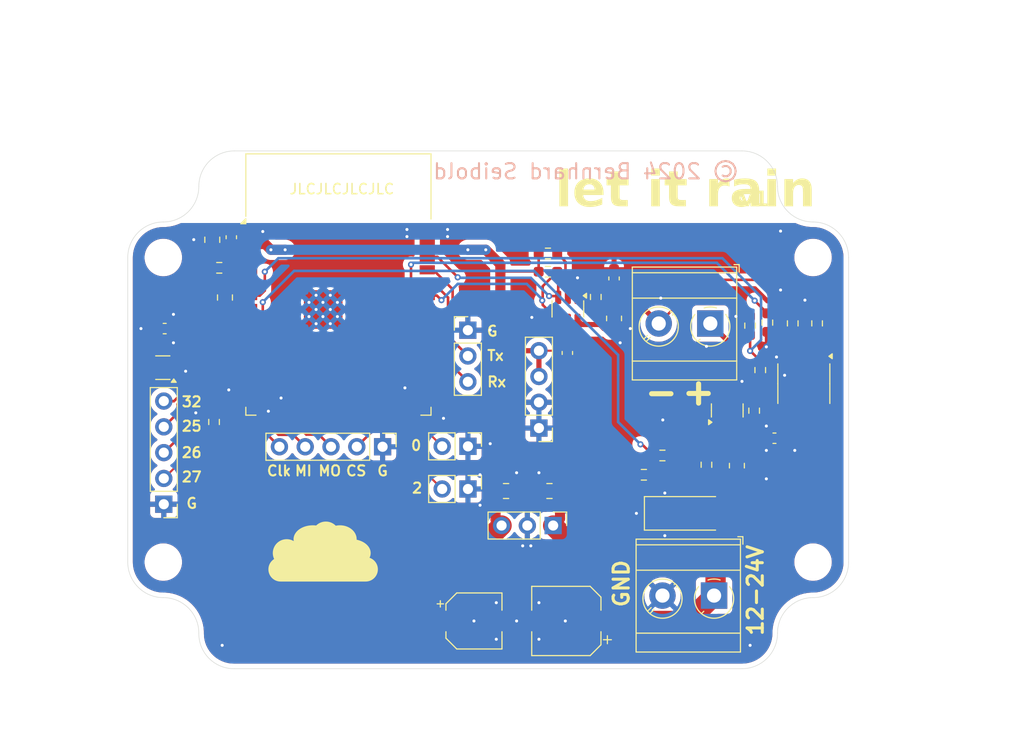
<source format=kicad_pcb>
(kicad_pcb (version 20240108) (generator "pcbnew") (generator_version "8.0")
  (layers (0 "F.Cu" signal) (31 "B.Cu" signal) (34 "B.Paste" user) (35 "F.Paste" user) (36 "B.SilkS" user "B.Silkscreen") (37 "F.SilkS" user "F.Silkscreen") (38 "B.Mask" user) (39 "F.Mask" user) (44 "Edge.Cuts" user))
  (net 0 "")
  (net 1 "+3V3")
  (net 2 "GND")
  (net 3 "+12V")
  (net 4 "/IO0")
  (net 5 "/UART_RX")
  (net 6 "/UART_TX")
  (net 7 "/IO2")
  (net 8 "/V_SENSOR")
  (net 9 "/SENSOR_POWER")
  (net 10 "/I2C_SDA")
  (net 11 "/I2C_SCL")
  (net 12 "/ADC_TEMP")
  (net 13 "/SPI_CLK")
  (net 14 "/SPI_MISO")
  (net 15 "/SPI_MOSI")
  (net 16 "/ADC_12V")
  (net 17 "/ADC_VSENS")
  (net 18 "/SPI_CS")
  (net 36 "Net-(Q1-S)")
  (net 37 "/Sensor/ADC_IN+")
  (net 38 "Net-(Q1-G)")
  (net 39 "/IO26")
  (net 40 "/IO32")
  (net 41 "/IO27")
  (net 42 "/IO25")
  (net 43 "/Sensor/ADC_IN-")
  (net 44 "Net-(U2-EN)")
  (net 45 "Net-(J4-Pin_1)")
  (net 46 "Net-(J4-Pin_2)")
  (net 47 "Net-(U4--)")
  (net 48 "Net-(U4-+)")
  (net 52 "Net-(J1-Pin_2)")
  (footprint "Resistor_SMD:R_0603_1608Metric_Pad0.98x0.95mm_HandSolder" (layer "F.Cu") (at 40.5125 43.015 180)
    (property "Reference" "R1" (hide yes))
    (property "Value" "10k" (hide yes))
  )
  (footprint "TerminalBlock_MetzConnect:TerminalBlock_MetzConnect_Type073_RT02602HBLU_1x02_P5.08mm_Horizontal" (layer "F.Cu") (at 88.88 48.5 180)
    (property "Reference" "J4" (hide yes))
    (property "Value" "Screw_Terminal_01x02" (hide yes))
  )
  (footprint "Connector_PinHeader_2.54mm:PinHeader_1x02_P2.54mm_Vertical" (layer "F.Cu") (at 65.01 64.8 -90)
    (property "Reference" "J9" (hide yes))
    (property "Value" "Conn_01x02" (hide yes))
  )
  (footprint "MountingHole:MountingHole_3.2mm_M3" (layer "F.Cu") (at 35 72)
    (property "Reference" "H3" (hide yes))
    (property "Value" "MountingHole" (hide yes))
  )
  (footprint "Resistor_SMD:R_0603_1608Metric_Pad0.98x0.95mm_HandSolder" (layer "F.Cu") (at 88.5 62.4125 -90)
    (property "Reference" "R3" (hide yes))
    (property "Value" "10k" (hide yes))
  )
  (footprint "Resistor_SMD:R_0603_1608Metric_Pad0.98x0.95mm_HandSolder" (layer "F.Cu") (at 93.8 53.0875 -90)
    (property "Reference" "R13" (hide yes))
    (property "Value" "47k" (hide yes))
  )
  (footprint "Resistor_SMD:R_0603_1608Metric_Pad0.98x0.95mm_HandSolder" (layer "F.Cu") (at 92.8 48.7125 -90)
    (property "Reference" "R15" (hide yes))
    (property "Value" "10k" (hide yes))
  )
  (footprint "Package_TO_SOT_SMD:SOT-23-6" (layer "F.Cu") (at 74.85 47.0625 -90)
    (property "Reference" "U3" (hide yes))
    (property "Value" "MCP3421A0T-ECH" (hide yes))
  )
  (footprint "Resistor_SMD:R_0603_1608Metric_Pad0.98x0.95mm_HandSolder" (layer "F.Cu") (at 40 58.2 90)
    (property "Reference" "R16" (hide yes))
    (property "Value" "220" (hide yes))
  )
  (footprint "RF_Module:ESP32-WROOM-32D" (layer "F.Cu") (at 52.25 47.65)
    (property "Reference" "U2" (hide yes))
    (property "Value" "ESP32-WROOM-32D" (hide yes))
  )
  (footprint "Capacitor_SMD:C_0805_2012Metric_Pad1.18x1.45mm_HandSolder" (layer "F.Cu") (at 73.0375 65 180)
    (property "Reference" "C8" (hide yes))
    (property "Value" "1u" (hide yes))
  )
  (footprint "NetTie:NetTie-2_SMD_Pad0.5mm" (layer "F.Cu") (at 77.5 48.6)
    (property "Reference" "NT1" (hide yes))
    (property "Value" "NetTie_2" (hide yes))
  )
  (footprint "Resistor_SMD:R_0805_2012Metric_Pad1.20x1.40mm_HandSolder" (layer "F.Cu") (at 79.4 48 -90)
    (property "Reference" "R8" (hide yes))
    (property "Value" "100" (hide yes))
  )
  (footprint "Connector_PinHeader_2.54mm:PinHeader_1x03_P2.54mm_Vertical" (layer "F.Cu") (at 65 49.16)
    (property "Reference" "J3" (hide yes))
    (property "Value" "Conn_01x03" (hide yes))
  )
  (footprint "MountingHole:MountingHole_3.2mm_M3" (layer "F.Cu") (at 99 42)
    (property "Reference" "H2" (hide yes))
    (property "Value" "MountingHole" (hide yes))
  )
  (footprint "Resistor_SMD:R_0603_1608Metric_Pad0.98x0.95mm_HandSolder" (layer "F.Cu") (at 72.8875 41.6 180)
    (property "Reference" "R7" (hide yes))
    (property "Value" "1k" (hide yes))
  )
  (footprint "Connector_PinHeader_2.54mm:PinHeader_1x05_P2.54mm_Vertical" (layer "F.Cu") (at 56.6 60.64 -90)
    (property "Reference" "J2" (hide yes))
    (property "Value" "Conn_01x05" (hide yes))
  )
  (footprint "Capacitor_SMD:C_0805_2012Metric_Pad1.18x1.45mm_HandSolder" (layer "F.Cu") (at 41.075 45.94 -90)
    (property "Reference" "C2" (hide yes))
    (property "Value" "1u" (hide yes))
  )
  (footprint "Connector_PinHeader_2.54mm:PinHeader_1x04_P2.54mm_Vertical" (layer "F.Cu") (at 72 58.8 180)
    (property "Reference" "J5" (hide yes))
    (property "Value" "Conn_01x04" (hide yes))
  )
  (footprint "Diode_SMD:D_SMA_Handsoldering" (layer "F.Cu") (at 86.9 67.2)
    (property "Reference" "D1" (hide yes))
    (property "Value" "P4SMAJ30CA" (hide yes))
  )
  (footprint "TerminalBlock_MetzConnect:TerminalBlock_MetzConnect_Type073_RT02602HBLU_1x02_P5.08mm_Horizontal" (layer "F.Cu") (at 89.25 75.3 180)
    (property "Reference" "J7" (hide yes))
    (property "Value" "Screw_Terminal_01x02" (hide yes))
  )
  (footprint "Resistor_SMD:R_0603_1608Metric_Pad0.98x0.95mm_HandSolder" (layer "F.Cu") (at 77.6 45.8875 -90)
    (property "Reference" "R6" (hide yes))
    (property "Value" "1k" (hide yes))
  )
  (footprint "Resistor_SMD:R_0603_1608Metric_Pad0.98x0.95mm_HandSolder" (layer "F.Cu") (at 72.8875 43.4 180)
    (property "Reference" "R5" (hide yes))
    (property "Value" "1k" (hide yes))
  )
  (footprint "Capacitor_SMD:C_0603_1608Metric_Pad1.08x0.95mm_HandSolder" (layer "F.Cu") (at 35.1375 49)
    (property "Reference" "C1" (hide yes))
    (property "Value" "100n" (hide yes))
  )
  (footprint "Capacitor_SMD:CP_Elec_6.3x5.8" (layer "F.Cu") (at 74.7 77.8 180)
    (property "Reference" "C11" (hide yes))
    (property "Value" "10u" (hide yes))
  )
  (footprint "Package_SO:SO-8_3.9x4.9mm_P1.27mm" (layer "F.Cu") (at 98.095 54.425 -90)
    (property "Reference" "U4" (hide yes))
    (property "Value" "OP07" (hide yes))
  )
  (footprint "Resistor_SMD:R_0805_2012Metric_Pad1.20x1.40mm_HandSolder" (layer "F.Cu") (at 91.5 62.5 90)
    (property "Reference" "R14" (hide yes))
    (property "Value" "33" (hide yes))
  )
  (footprint "Package_TO_SOT_SMD:SOT-23" (layer "F.Cu") (at 90.55 57.0625 90)
    (property "Reference" "Q1" (hide yes))
    (property "Value" "BSS84" (hide yes))
  )
  (footprint "Capacitor_SMD:C_0603_1608Metric_Pad1.08x0.95mm_HandSolder" (layer "F.Cu") (at 95.2 59.8 180)
    (property "Reference" "C7" (hide yes))
    (property "Value" "100n" (hide yes))
  )
  (footprint "Resistor_SMD:R_0603_1608Metric_Pad0.98x0.95mm_HandSolder" (layer "F.Cu") (at 84.1625 61.5)
    (property "Reference" "R2" (hide yes))
    (property "Value" "47k" (hide yes))
  )
  (footprint "Capacitor_SMD:CP_Elec_5x5.8" (layer "F.Cu") (at 65.6 77.8)
    (property "Reference" "C10" (hide yes))
    (property "Value" "22u" (hide yes))
  )
  (footprint "Capacitor_SMD:C_0805_2012Metric_Pad1.18x1.45mm_HandSolder" (layer "F.Cu") (at 39.825 40.2525 90)
    (property "Reference" "C4" (hide yes))
    (property "Value" "10u" (hide yes))
  )
  (footprint "Resistor_SMD:R_0603_1608Metric_Pad0.98x0.95mm_HandSolder" (layer "F.Cu") (at 82.3375 63.4)
    (property "Reference" "R4" (hide yes))
    (property "Value" "10k" (hide yes))
  )
  (footprint "Capacitor_SMD:C_0805_2012Metric_Pad1.18x1.45mm_HandSolder" (layer "F.Cu") (at 68.7625 65)
    (property "Reference" "C9" (hide yes))
    (property "Value" "10u" (hide yes))
  )
  (footprint "MountingHole:MountingHole_3.2mm_M3" (layer "F.Cu") (at 35 42)
    (property "Reference" "H1" (hide yes))
    (property "Value" "MountingHole" (hide yes))
  )
  (footprint "Resistor_SMD:R_0603_1608Metric_Pad0.98x0.95mm_HandSolder" (layer "F.Cu") (at 97 48.4875 -90)
    (property "Reference" "R12" (hide yes))
    (property "Value" "10k" (hide yes))
  )
  (footprint "Connector_PinHeader_2.54mm:PinHeader_1x05_P2.54mm_Vertical" (layer "F.Cu") (at 35.05 66.3 180)
    (property "Reference" "J1" (hide yes))
    (property "Value" "Conn_01x05" (hide yes))
  )
  (footprint "Resistor_SMD:R_0603_1608Metric_Pad0.98x0.95mm_HandSolder" (layer "F.Cu") (at 94.5 48.4125 90)
    (property "Reference" "R11" (hide yes))
    (property "Value" "10k" (hide yes))
  )
  (footprint "Resistor_SMD:R_0603_1608Metric_Pad0.98x0.95mm_HandSolder" (layer "F.Cu") (at 99.4 48.4875 -90)
    (property "Reference" "R10" (hide yes))
    (property "Value" "10k" (hide yes))
  )
  (footprint "MountingHole:MountingHole_3.2mm_M3" (layer "F.Cu") (at 99 72)
    (property "Reference" "H4" (hide yes))
    (property "Value" "MountingHole" (hide yes))
  )
  (footprint "Resistor_SMD:R_0603_1608Metric_Pad0.98x0.95mm_HandSolder" (layer "F.Cu") (at 93.2 57.0875 -90)
    (property "Reference" "R9" (hide yes))
    (property "Value" "10k" (hide yes))
  )
  (footprint "Capacitor_SMD:C_0603_1608Metric_Pad1.08x0.95mm_HandSolder" (layer "F.Cu") (at 74.8 51.4 -90)
    (property "Reference" "C6" (hide yes))
    (property "Value" "100n" (hide yes))
  )
  (footprint "Capacitor_SMD:C_0603_1608Metric_Pad1.08x0.95mm_HandSolder" (layer "F.Cu") (at 41.7 40.0025 90)
    (property "Reference" "C3" (hide yes))
    (property "Value" "100n" (hide yes))
  )
  (footprint "Connector_PinHeader_2.54mm:PinHeader_1x02_P2.54mm_Vertical" (layer "F.Cu") (at 65.01 60.6 -90)
    (property "Reference" "J8" (hide yes))
    (property "Value" "Conn_01x02" (hide yes))
  )
  (footprint "Capacitor_SMD:C_0603_1608Metric_Pad1.08x0.95mm_HandSolder" (layer "F.Cu") (at 79.4 44.0625 -90)
    (property "Reference" "C5" (hide yes))
    (property "Value" "100n" (hide yes))
  )
  (footprint "Connector_PinHeader_2.54mm:PinHeader_1x03_P2.54mm_Vertical" (layer "F.Cu") (at 73.4 68.4 -90)
    (property "Reference" "J6" (hide yes))
    (property "Value" "Conn_01x03_Pin" (hide yes))
  )
  (footprint "Package_TO_SOT_SMD:SOT-353_SC-70-5" (layer "F.Cu") (at 34.95 52.85 180)
    (property "Reference" "U1" (hide yes))
    (property "Value" "MCP9701" (hide yes))
  )
  (gr_poly (pts (xy 59.569239 80.221123) (xy 41.914247 80.221123) (xy 41.914247 79.516118) (xy 48.048962 79.516118) (xy 48.049322 79.544738) (xy 48.050391 79.571949) (xy 48.052151 79.597783) (xy 48.054585 79.622273) (xy 48.057676 79.645452) (xy 48.061406 79.667354) (xy 48.065757 79.68801) (xy 48.070713 79.707454) (xy 48.076256 79.725718) (xy 48.082369 79.742835) (xy 48.089034 79.758839) (xy 48.096233 79.773762) (xy 48.10395 79.787637) (xy 48.112168 79.800496) (xy 48.120867 79.812373) (xy 48.130033 79.823301) (xy 48.139646 79.833311) (xy 48.149689 79.842438) (xy 48.160146 79.850714) (xy 48.170998 79.858172) (xy 48.182229 79.864844) (xy 48.193821 79.870763) (xy 48.205756 79.875963) (xy 48.218018 79.880477) (xy 48.230588 79.884336) (xy 48.24345 79.887574) (xy 48.256586 79.890224) (xy 48.269978 79.892318) (xy 48.297463 79.894972) (xy 48.325767 79.895798) (xy 48.35407 79.894972) (xy 48.381556 79.892318) (xy 48.408085 79.887574) (xy 48.433518 79.880477) (xy 48.457716 79.870763) (xy 48.469308 79.864844) (xy 48.480539 79.858172) (xy 48.491392 79.850714) (xy 48.50185 79.842438) (xy 48.511894 79.833311) (xy 48.521507 79.823301) (xy 48.530673 79.812373) (xy 48.539374 79.800496) (xy 48.547591 79.787637) (xy 48.555309 79.773762) (xy 48.562509 79.758839) (xy 48.569175 79.742835) (xy 48.575288 79.725718) (xy 48.580831 79.707454) (xy 48.585788 79.68801) (xy 48.590139 79.667354) (xy 48.59387 79.645452) (xy 48.596961 79.622273) (xy 48.599395 79.597783) (xy 48.601155 79.571949) (xy 48.601729 79.54954) (xy 50.002615 79.54954) (xy 50.002975 79.578159) (xy 50.004044 79.605369) (xy 50.005805 79.631202) (xy 50.008239 79.65569) (xy 50.01133 79.678868) (xy 50.015061 79.700767) (xy 50.019413 79.72142) (xy 50.02437 79.740861) (xy 50.029913 79.759122) (xy 50.036027 79.776236) (xy 50.042692 79.792236) (xy 50.049893 79.807155) (xy 50.057611 79.821026) (xy 50.065829 79.833881) (xy 50.074529 79.845754) (xy 50.083695 79.856677) (xy 50.093309 79.866684) (xy 50.103353 79.875806) (xy 50.113811 79.884078) (xy 50.124664 79.891531) (xy 50.135895 79.8982) (xy 50.147488 79.904116) (xy 50.159423 79.909312) (xy 50.171685 79.913822) (xy 50.184256 79.917678) (xy 50.197118 79.920914) (xy 50.210253 79.923561) (xy 50.223646 79.925653) (xy 50.25113 79.928304) (xy 50.279432 79.929129) (xy 50.307736 79.928304) (xy 50.335222 79.925653) (xy 50.361752 79.920914) (xy 50.387186 79.913822) (xy 50.411385 79.904116) (xy 50.422977 79.8982) (xy 50.434209 79.891531) (xy 50.445063 79.884078) (xy 50.455521 79.875806) (xy 50.465566 79.866684) (xy 50.47518 79.856677) (xy 50.484346 79.845754) (xy 50.493047 79.833881) (xy 50.501266 79.821026) (xy 50.508984 79.807155) (xy 50.516185 79.792236) (xy 50.52285 79.776236) (xy 50.528964 79.759122) (xy 50.534508 79.740861) (xy 50.539465 79.72142) (xy 50.543817 79.700767) (xy 50.547548 79.678868) (xy 50.550639 79.65569) (xy 50.553074 79.631202) (xy 50.554834 79.605369) (xy 50.556263 79.54954) (xy 50.555469 79.519847) (xy 50.555009 79.513819) (xy 52.2 79.513819) (xy 52.20036 79.542439) (xy 52.201429 79.569649) (xy 52.203189 79.595483) (xy 52.205623 79.619974) (xy 52.208714 79.643153) (xy 52.212443 79.665054) (xy 52.216794 79.68571) (xy 52.22175 79.705154) (xy 52.227292 79.723418) (xy 52.233404 79.740536) (xy 52.240068 79.75654) (xy 52.247267 79.771463) (xy 52.254983 79.785337) (xy 52.263199 79.798197) (xy 52.271898 79.810074) (xy 52.281062 79.821001) (xy 52.290673 79.831012) (xy 52.300715 79.840139) (xy 52.31117 79.848414) (xy 52.322021 79.855872) (xy 52.333249 79.862544) (xy 52.344839 79.868464) (xy 52.356772 79.873664) (xy 52.369031 79.878177) (xy 52.381599 79.882036) (xy 52.394458 79.885274) (xy 52.40759 79.887924) (xy 52.420979 79.890019) (xy 52.448458 79.892672) (xy 52.476753 79.893499) (xy 52.505064 79.892672) (xy 52.532556 79.890019) (xy 52.55909 79.885274) (xy 52.584527 79.878177) (xy 52.608728 79.868464) (xy 52.620322 79.862544) (xy 52.631554 79.855872) (xy 52.642408 79.848414) (xy 52.652866 79.840139) (xy 52.66291 79.831012) (xy 52.672524 79.821001) (xy 52.68169 79.810074) (xy 52.69039 79.798197) (xy 52.698608 79.785337) (xy 52.706326 79.771463) (xy 52.713526 79.75654) (xy 52.720191 79.740536) (xy 52.726303 79.723418) (xy 52.731846 79.705154) (xy 52.736802 79.68571) (xy 52.741154 79.665054) (xy 52.744884 79.643153) (xy 52.747974 79.619974) (xy 52.750409 79.595483) (xy 52.752169 79.569649) (xy 52.753598 79.513819) (xy 52.752803 79.484126) (xy 52.750489 79.45379) (xy 52.746754 79.422913) (xy 52.741702 79.3916) (xy 52.735433 79.359955) (xy 52.728049 79.328082) (xy 52.710341 79.264069) (xy 52.689388 79.200393) (xy 52.666002 79.137886) (xy 52.640994 79.077381) (xy 52.615175 79.01971) (xy 52.589356 78.965706) (xy 52.564348 78.916202) (xy 52.52001 78.834022) (xy 52.476753 78.760286) (xy 52.43351 78.834022) (xy 52.389187 78.916202) (xy 52.338377 79.01971) (xy 52.312566 79.077381) (xy 52.287567 79.137886) (xy 52.264189 79.200393) (xy 52.243243 79.264069) (xy 52.22554 79.328082) (xy 52.211892 79.3916) (xy 52.203108 79.45379) (xy 52.2 79.513819) (xy 50.555009 79.513819) (xy 50.553154 79.489509) (xy 50.54942 79.458631) (xy 50.544368 79.427317) (xy 50.5381 79.39567) (xy 50.530716 79.363795) (xy 50.513008 79.299776) (xy 50.492057 79.236092) (xy 50.468672 79.173578) (xy 50.443666 79.113065) (xy 50.417848 79.055386) (xy 50.39203 79.001374) (xy 50.367023 78.951861) (xy 50.322687 78.869667) (xy 50.279432 78.795917) (xy 50.23618 78.869667) (xy 50.191846 78.951861) (xy 50.141024 79.055386) (xy 50.115207 79.113065) (xy 50.090202 79.173578) (xy 50.066818 79.236092) (xy 50.045868 79.299776) (xy 50.028161 79.363795) (xy 50.014509 79.427317) (xy 50.005724 79.489509) (xy 50.002615 79.54954) (xy 48.601729 79.54954) (xy 48.602584 79.516118) (xy 48.60179 79.486426) (xy 48.599476 79.456089) (xy 48.595742 79.425212) (xy 48.59069 79.393899) (xy 48.584422 79.362255) (xy 48.577038 79.330382) (xy 48.559332 79.266368) (xy 48.538381 79.202692) (xy 48.514998 79.140185) (xy 48.489992 79.07968) (xy 48.464176 79.022009) (xy 48.438359 78.968006) (xy 48.413354 78.918502) (xy 48.369019 78.836322) (xy 48.325767 78.762586) (xy 48.282516 78.836322) (xy 48.238184 78.918502) (xy 48.187364 79.022009) (xy 48.161549 79.07968) (xy 48.136545 79.140185) (xy 48.113162 79.202692) (xy 48.092213 79.266368) (xy 48.074507 79.330382) (xy 48.060856 79.393899) (xy 48.052071 79.456089) (xy 48.048962 79.516118) (xy 41.914247 79.516118) (xy 41.914247 78.487499) (xy 49.259585 78.487499) (xy 49.259945 78.516119) (xy 49.261014 78.543329) (xy 49.262775 78.569163) (xy 49.265209 78.593654) (xy 49.2683 78.616833) (xy 49.27203 78.638734) (xy 49.276382 78.65939) (xy 49.281339 78.678834) (xy 49.286882 78.697099) (xy 49.292995 78.714216) (xy 49.299661 78.73022) (xy 49.306861 78.745143) (xy 49.314578 78.759017) (xy 49.322796 78.771877) (xy 49.331497 78.783754) (xy 49.340662 78.794681) (xy 49.350276 78.804692) (xy 49.36032 78.813819) (xy 49.370778 78.822095) (xy 49.381631 78.829552) (xy 49.392862 78.836224) (xy 49.404454 78.842144) (xy 49.41639 78.847344) (xy 49.428652 78.851857) (xy 49.441223 78.855716) (xy 49.454085 78.858955) (xy 49.467221 78.861604) (xy 49.480614 78.863699) (xy 49.5081 78.866353) (xy 49.536403 78.867179) (xy 49.564707 78.866353) (xy 49.592192 78.863699) (xy 49.618721 78.858955) (xy 49.644154 78.851857) (xy 49.668352 78.842144) (xy 49.679944 78.836224) (xy 49.691176 78.829552) (xy 49.702029 78.822095) (xy 49.712486 78.813819) (xy 49.72253 78.804692) (xy 49.732144 78.794681) (xy 49.741309 78.783754) (xy 49.75001 78.771877) (xy 49.758228 78.759017) (xy 49.765945 78.745143) (xy 49.773145 78.73022) (xy 49.779811 78.714216) (xy 49.785924 78.697099) (xy 49.791467 78.678834) (xy 49.796424 78.65939) (xy 49.800776 78.638734) (xy 49.804506 78.616833) (xy 49.807597 78.593654) (xy 49.810031 78.569163) (xy 49.811791 78.543329) (xy 49.813221 78.487499) (xy 49.812426 78.457806) (xy 49.810112 78.42747) (xy 49.806802 78.400101) (xy 51.066182 78.400101) (xy 51.066542 78.428721) (xy 51.06761 78.455932) (xy 51.069371 78.481766) (xy 51.071805 78.506256) (xy 51.074895 78.529435) (xy 51.078625 78.551337) (xy 51.082977 78.571993) (xy 51.087933 78.591436) (xy 51.093476 78.609701) (xy 51.099588 78.626818) (xy 51.106253 78.642822) (xy 51.113453 78.657745) (xy 51.121171 78.67162) (xy 51.129388 78.684479) (xy 51.138089 78.696356) (xy 51.147255 78.707284) (xy 51.156869 78.717294) (xy 51.166913 78.726421) (xy 51.177371 78.734697) (xy 51.188225 78.742154) (xy 51.199457 78.748827) (xy 51.21105 78.754746) (xy 51.222987 78.759946) (xy 51.235251 78.764459) (xy 51.247823 78.768319) (xy 51.260688 78.771557) (xy 51.273826 78.774207) (xy 51.287221 78.776301) (xy 51.314713 78.778955) (xy 51.343024 78.779781) (xy 51.371321 78.778955) (xy 51.398801 78.776301) (xy 51.425327 78.771557) (xy 51.450759 78.764459) (xy 51.474957 78.754746) (xy 51.48655 78.748827) (xy 51.497782 78.742154) (xy 51.508636 78.734697) (xy 51.519095 78.726421) (xy 51.52914 78.717294) (xy 51.538755 78.707284) (xy 51.547923 78.696356) (xy 51.556625 78.684479) (xy 51.562456 78.675356) (xy 53.339039 78.675356) (xy 53.339399 78.703976) (xy 53.340468 78.731186) (xy 53.342228 78.75702) (xy 53.344662 78.781511) (xy 53.347753 78.80469) (xy 53.351483 78.826591) (xy 53.355834 78.847247) (xy 53.36079 78.866691) (xy 53.366334 78.884956) (xy 53.372446 78.902073) (xy 53.379111 78.918077) (xy 53.386311 78.933) (xy 53.394029 78.946875) (xy 53.402247 78.959734) (xy 53.410947 78.971611) (xy 53.420113 78.982538) (xy 53.429727 78.992549) (xy 53.439771 79.001676) (xy 53.450229 79.009952) (xy 53.461083 79.017409) (xy 53.472315 79.024081) (xy 53.483909 79.030001) (xy 53.495846 79.035201) (xy 53.508109 79.039714) (xy 53.520682 79.043573) (xy 53.533546 79.046812) (xy 53.546685 79.049461) (xy 53.56008 79.051556) (xy 53.587572 79.05421) (xy 53.615883 79.055036) (xy 53.644179 79.05421) (xy 53.671657 79.051556) (xy 53.698179 79.046812) (xy 53.723605 79.039714) (xy 53.747797 79.030001) (xy 53.759387 79.024081) (xy 53.770616 79.017409) (xy 53.781466 79.009952) (xy 53.791921 79.001676) (xy 53.801963 78.992549) (xy 53.811575 78.982538) (xy 53.820738 78.971611) (xy 53.829437 78.959734) (xy 53.837653 78.946875) (xy 53.845369 78.933) (xy 53.852568 78.918077) (xy 53.859232 78.902073) (xy 53.865344 78.884956) (xy 53.870886 78.866691) (xy 53.875842 78.847247) (xy 53.880193 78.826591) (xy 53.883922 78.80469) (xy 53.887013 78.781511) (xy 53.889447 78.75702) (xy 53.891207 78.731186) (xy 53.892636 78.675356) (xy 53.891842 78.645663) (xy 53.889528 78.615327) (xy 53.885795 78.58445) (xy 53.880744 78.553137) (xy 53.874477 78.521492) (xy 53.867096 78.489619) (xy 53.849393 78.425606) (xy 53.828447 78.36193) (xy 53.805069 78.299422) (xy 53.78007 78.238917) (xy 53.754259 78.181247) (xy 53.728449 78.127243) (xy 53.703449 78.077739) (xy 53.659126 77.995559) (xy 53.615883 77.921823) (xy 53.572626 77.995559) (xy 53.528288 78.077739) (xy 53.477461 78.181247) (xy 53.451642 78.238917) (xy 53.426634 78.299422) (xy 53.403249 78.36193) (xy 53.382296 78.425606) (xy 53.364588 78.489619) (xy 53.350935 78.553137) (xy 53.342148 78.615327) (xy 53.339039 78.675356) (xy 51.562456 78.675356) (xy 51.564845 78.67162) (xy 51.572564 78.657745) (xy 51.579766 78.642822) (xy 51.586433 78.626818) (xy 51.592548 78.609701) (xy 51.598094 78.591436) (xy 51.603052 78.571993) (xy 51.607405 78.551337) (xy 51.611137 78.529435) (xy 51.614229 78.506256) (xy 51.616664 78.481766) (xy 51.618425 78.455932) (xy 51.619855 78.400101) (xy 51.619061 78.370409) (xy 51.616746 78.340072) (xy 51.613012 78.309195) (xy 51.60796 78.277882) (xy 51.601691 78.246237) (xy 51.594308 78.214365) (xy 51.5766 78.150351) (xy 51.555649 78.086675) (xy 51.532264 78.024168) (xy 51.507257 77.963663) (xy 51.48144 77.905992) (xy 51.455622 77.851988) (xy 51.430615 77.802484) (xy 51.386279 77.720304) (xy 51.343024 77.646568) (xy 51.299767 77.720304) (xy 51.255429 77.802484) (xy 51.204603 77.905992) (xy 51.178784 77.963663) (xy 51.153776 78.024168) (xy 51.130391 78.086675) (xy 51.109438 78.150351) (xy 51.09173 78.214365) (xy 51.078077 78.277882) (xy 51.069291 78.340072) (xy 51.066182 78.400101) (xy 49.806802 78.400101) (xy 49.806378 78.396593) (xy 49.801326 78.36528) (xy 49.795058 78.333635) (xy 49.787674 78.301762) (xy 49.769968 78.237749) (xy 49.749017 78.174072) (xy 49.725634 78.111565) (xy 49.700628 78.05106) (xy 49.674812 77.99339) (xy 49.648995 77.939386) (xy 49.62399 77.889882) (xy 49.579656 77.807702) (xy 49.536403 77.733966) (xy 49.49315 77.807702) (xy 49.448816 77.889882) (xy 49.397994 77.99339) (xy 49.372178 78.05106) (xy 49.347172 78.111565) (xy 49.323789 78.174072) (xy 49.302838 78.237749) (xy 49.285131 78.301762) (xy 49.27148 78.36528) (xy 49.262694 78.42747) (xy 49.259585 78.487499) (xy 41.914247 78.487499) (xy 41.914247 78.065056) (xy 47.321849 78.065056) (xy 47.322209 78.093676) (xy 47.323278 78.120886) (xy 47.325039 78.146719) (xy 47.327473 78.171207) (xy 47.330564 78.194384) (xy 47.334295 78.216283) (xy 47.338647 78.236937) (xy 47.343604 78.256378) (xy 47.349147 78.274639) (xy 47.355261 78.291753) (xy 47.361926 78.307753) (xy 47.369127 78.322672) (xy 47.376845 78.336542) (xy 47.385063 78.349398) (xy 47.393763 78.361271) (xy 47.402929 78.372194) (xy 47.412543 78.3822) (xy 47.422588 78.391323) (xy 47.433045 78.399594) (xy 47.443898 78.407048) (xy 47.455129 78.413716) (xy 47.466722 78.419632) (xy 47.478658 78.424829) (xy 47.490919 78.429339) (xy 47.50349 78.433195) (xy 47.516352 78.43643) (xy 47.529488 78.439078) (xy 47.54288 78.44117) (xy 47.570365 78.443821) (xy 47.598667 78.444646) (xy 47.62697 78.443821) (xy 47.654456 78.44117) (xy 47.680985 78.43643) (xy 47.706418 78.429339) (xy 47.730616 78.419632) (xy 47.742208 78.413716) (xy 47.753439 78.407048) (xy 47.764292 78.399594) (xy 47.77475 78.391323) (xy 47.784794 78.3822) (xy 47.794407 78.372194) (xy 47.803573 78.361271) (xy 47.812274 78.349398) (xy 47.820491 78.336542) (xy 47.828209 78.322672) (xy 47.835409 78.307753) (xy 47.842075 78.291753) (xy 47.848188 78.274639) (xy 47.853731 78.256378) (xy 47.858688 78.236937) (xy 47.863039 78.216283) (xy 47.86677 78.194384) (xy 47.869861 78.171207) (xy 47.872295 78.146719) (xy 47.874055 78.120886) (xy 47.875484 78.065056) (xy 47.87469 78.035356) (xy 47.872376 78.005012) (xy 47.868642 77.974128) (xy 47.86359 77.942809) (xy 47.857322 77.911158) (xy 47.849938 77.879279) (xy 47.832232 77.815256) (xy 47.811281 77.751571) (xy 47.787898 77.689056) (xy 47.762892 77.628545) (xy 47.737076 77.57087) (xy 47.711259 77.516862) (xy 47.686254 77.467355) (xy 47.641919 77.385172) (xy 47.598667 77.311434) (xy 47.555414 77.385172) (xy 47.51108 77.467355) (xy 47.460258 77.57087) (xy 47.434441 77.628545) (xy 47.409436 77.689056) (xy 47.386052 77.751571) (xy 47.365102 77.815256) (xy 47.347395 77.879279) (xy 47.333744 77.942809) (xy 47.324958 78.005012) (xy 47.321849 78.065056) (xy 41.914247 78.065056) (xy 41.914247 77.104263) (xy 46.389399 77.104263) (xy 46.38976 77.132883) (xy 46.390829 77.160092) (xy 46.392589 77.185925) (xy 46.395024 77.210414) (xy 46.398115 77.233591) (xy 46.401845 77.25549) (xy 46.406197 77.276143) (xy 46.411154 77.295584) (xy 46.416698 77.313845) (xy 46.422811 77.330959) (xy 46.429477 77.346959) (xy 46.436677 77.361878) (xy 46.444395 77.375749) (xy 46.452613 77.388604) (xy 46.461314 77.400477) (xy 46.47048 77.4114) (xy 46.480094 77.421406) (xy 46.490138 77.430529) (xy 46.500595 77.438801) (xy 46.511448 77.446254) (xy 46.52268 77.452922) (xy 46.534272 77.458838) (xy 46.546208 77.464035) (xy 46.55847 77.468545) (xy 46.57104 77.472401) (xy 46.583902 77.475636) (xy 46.597038 77.478284) (xy 46.61043 77.480376) (xy 46.637915 77.483027) (xy 46.666217 77.483852) (xy 46.694521 77.483027) (xy 46.722007 77.480376) (xy 46.748536 77.475636) (xy 46.77397 77.468545) (xy 46.798169 77.458838) (xy 46.809762 77.452922) (xy 46.820994 77.446254) (xy 46.831847 77.438801) (xy 46.842305 77.430529) (xy 46.85235 77.421406) (xy 46.861964 77.4114) (xy 46.871131 77.400477) (xy 46.879832 77.388604) (xy 46.88805 77.375749) (xy 46.895768 77.361878) (xy 46.902969 77.346959) (xy 46.909635 77.330959) (xy 46.915748 77.313845) (xy 46.921292 77.295584) (xy 46.926249 77.276143) (xy 46.930602 77.25549) (xy 46.934332 77.233591) (xy 46.937423 77.210414) (xy 46.939858 77.185925) (xy 46.941618 77.160092) (xy 46.943048 77.104263) (xy 46.942254 77.074563) (xy 46.939939 77.044218) (xy 46.936205 77.013335) (xy 46.931153 76.982015) (xy 46.924884 76.950364) (xy 46.9175 76.918485) (xy 46.908536 76.886072) (xy 48.341709 76.886072) (xy 48.342069 76.914692) (xy 48.343138 76.941903) (xy 48.344898 76.967737) (xy 48.347333 76.992227) (xy 48.350424 77.015406) (xy 48.354154 77.037308) (xy 48.358506 77.057964) (xy 48.363462 77.077407) (xy 48.369006 77.095672) (xy 48.375119 77.112789) (xy 48.381784 77.128793) (xy 48.388984 77.143716) (xy 48.396702 77.157591) (xy 48.40492 77.17045) (xy 48.41362 77.182327) (xy 48.422786 77.193254) (xy 48.4324 77.203265) (xy 48.442444 77.212392) (xy 48.452901 77.220667) (xy 48.463754 77.228125) (xy 48.474986 77.234797) (xy 48.486578 77.240717) (xy 48.498514 77.245917) (xy 48.510776 77.25043) (xy 48.523347 77.254289) (xy 48.536209 77.257527) (xy 48.549345 77.260177) (xy 48.562738 77.262271) (xy 48.590223 77.264925) (xy 48.618527 77.265751) (xy 48.64683 77.264925) (xy 48.674316 77.262271) (xy 48.700845 77.257527) (xy 48.726278 77.25043) (xy 48.750476 77.240717) (xy 48.762068 77.234797) (xy 48.7733 77.228125) (xy 48.784153 77.220667) (xy 48.79461 77.212392) (xy 48.804654 77.203265) (xy 48.814268 77.193254) (xy 48.823433 77.182327) (xy 48.832134 77.17045) (xy 48.840351 77.157591) (xy 48.848069 77.143716) (xy 48.855269 77.128793) (xy 48.861934 77.112789) (xy 48.868048 77.095672) (xy 48.873591 77.077407) (xy 48.878547 77.057964) (xy 48.882899 77.037308) (xy 48.886629 77.015406) (xy 48.88972 76.992227) (xy 48.892155 76.967737) (xy 48.893915 76.941903) (xy 48.895344 76.886072) (xy 48.89455 76.85638) (xy 48.892235 76.826043) (xy 48.888501 76.795166) (xy 48.88345 76.763854) (xy 48.877181 76.732209) (xy 48.869798 76.700336) (xy 48.86443 76.680929) (xy 52.464855 76.680929) (xy 52.465215 76.709549) (xy 52.466284 76.736759) (xy 52.468044 76.762592) (xy 52.470478 76.78708) (xy 52.473569 76.810258) (xy 52.477298 76.832157) (xy 52.48165 76.85281) (xy 52.486606 76.872251) (xy 52.492149 76.890512) (xy 52.498262 76.907626) (xy 52.504927 76.923626) (xy 52.512127 76.938545) (xy 52.519844 76.952416) (xy 52.528062 76.965271) (xy 52.536762 76.977144) (xy 52.545928 76.988067) (xy 52.555542 76.998073) (xy 52.565587 77.007196) (xy 52.576045 77.015468) (xy 52.586898 77.022921) (xy 52.598131 77.029589) (xy 52.609724 77.035505) (xy 52.621661 77.040702) (xy 52.633925 77.045212) (xy 52.646497 77.049068) (xy 52.659361 77.052303) (xy 52.6725 77.054951) (xy 52.685895 77.057043) (xy 52.713387 77.059694) (xy 52.741698 77.060519) (xy 52.769995 77.059694) (xy 52.797476 77.057043) (xy 52.824002 77.052303) (xy 52.849435 77.045212) (xy 52.873634 77.035505) (xy 52.885227 77.029589) (xy 52.89646 77.022921) (xy 52.907315 77.015468) (xy 52.917774 77.007196) (xy 52.92782 76.998073) (xy 52.937436 76.988067) (xy 52.946604 76.977144) (xy 52.955307 76.965271) (xy 52.959597 76.958561) (xy 54.256877 76.958561) (xy 54.257237 76.987181) (xy 54.258307 77.014391) (xy 54.260068 77.040224) (xy 54.262503 77.064712) (xy 54.265596 77.08789) (xy 54.269328 77.109788) (xy 54.273682 77.130442) (xy 54.27864 77.149883) (xy 54.284186 77.168143) (xy 54.290302 77.185258) (xy 54.296969 77.201258) (xy 54.304172 77.216177) (xy 54.311892 77.230047) (xy 54.320112 77.242902) (xy 54.328815 77.254775) (xy 54.337983 77.265698) (xy 54.347599 77.275705) (xy 54.357645 77.284827) (xy 54.368105 77.293099) (xy 54.378959 77.300553) (xy 54.390192 77.307221) (xy 54.401785 77.313137) (xy 54.413722 77.318333) (xy 54.425984 77.322843) (xy 54.438555 77.326699) (xy 54.451417 77.329935) (xy 54.464552 77.332582) (xy 54.477943 77.334674) (xy 54.505425 77.337325) (xy 54.533722 77.33815) (xy 54.562018 77.337325) (xy 54.589499 77.334674) (xy 54.616026 77.329935) (xy 54.641458 77.322843) (xy 54.665657 77.313137) (xy 54.67725 77.307221) (xy 54.688483 77.300553) (xy 54.699338 77.293099) (xy 54.709797 77.284827) (xy 54.719843 77.275705) (xy 54.729459 77.265698) (xy 54.738627 77.254775) (xy 54.747329 77.242902) (xy 54.75555 77.230047) (xy 54.76327 77.216177) (xy 54.770472 77.201258) (xy 54.77714 77.185258) (xy 54.783256 77.168143) (xy 54.788801 77.149883) (xy 54.79376 77.130442) (xy 54.798114 77.109788) (xy 54.801846 77.08789) (xy 54.804938 77.064712) (xy 54.807374 77.040224) (xy 54.809135 77.014391) (xy 54.810565 76.958561) (xy 54.809771 76.928869) (xy 54.807456 76.898532) (xy 54.803721 76.867655) (xy 54.798669 76.836343) (xy 54.7924 76.804698) (xy 54.785016 76.772825) (xy 54.767308 76.708811) (xy 54.746356 76.645135) (xy 54.72297 76.582628) (xy 54.697962 76.522123) (xy 54.672143 76.464452) (xy 54.646324 76.410448) (xy 54.621316 76.360944) (xy 54.576978 76.278764) (xy 54.533722 76.205028) (xy 54.490465 76.278764) (xy 54.446126 76.360944) (xy 54.395299 76.464452) (xy 54.36948 76.522123) (xy 54.344472 76.582628) (xy 54.321086 76.645135) (xy 54.300134 76.708811) (xy 54.282425 76.772825) (xy 54.268772 76.836343) (xy 54.259986 76.898532) (xy 54.256877 76.958561) (xy 52.959597 76.958561) (xy 52.963527 76.952416) (xy 52.971247 76.938545) (xy 52.97845 76.923626) (xy 52.985118 76.907626) (xy 52.991233 76.890512) (xy 52.996779 76.872251) (xy 53.001738 76.85281) (xy 53.006092 76.832157) (xy 53.009824 76.810258) (xy 53.012916 76.78708) (xy 53.015352 76.762592) (xy 53.017113 76.736759) (xy 53.018543 76.680929) (xy 53.017749 76.651237) (xy 53.015434 76.6209) (xy 53.011699 76.590023) (xy 53.006647 76.55871) (xy 53.000378 76.527066) (xy 52.992994 76.495193) (xy 52.975286 76.431179) (xy 52.954333 76.367503) (xy 52.930947 76.304996) (xy 52.905939 76.244491) (xy 52.88012 76.186821) (xy 52.854301 76.132817) (xy 52.829293 76.083313) (xy 52.784955 76.001133) (xy 52.741698 75.927398) (xy 52.698441 76.001133) (xy 52.654103 76.083313) (xy 52.603276 76.186821) (xy 52.577458 76.244491) (xy 52.55245 76.304996) (xy 52.529064 76.367503) (xy 52.508112 76.431179) (xy 52.490403 76.495193) (xy 52.47675 76.55871) (xy 52.467964 76.6209) (xy 52.464855 76.680929) (xy 48.86443 76.680929) (xy 48.852091 76.636323) (xy 48.831141 76.572646) (xy 48.807757 76.510139) (xy 48.782752 76.449634) (xy 48.756935 76.391963) (xy 48.731119 76.33796) (xy 48.706114 76.288455) (xy 48.698408 76.274171) (xy 49.915204 76.274171) (xy 49.915564 76.302791) (xy 49.916633 76.330001) (xy 49.918394 76.355834) (xy 49.920828 76.380322) (xy 49.923919 76.4035) (xy 49.927649 76.425399) (xy 49.932001 76.446052) (xy 49.936958 76.465493) (xy 49.942501 76.483754) (xy 49.948614 76.500868) (xy 49.95528 76.516868) (xy 49.96248 76.531787) (xy 49.970197 76.545658) (xy 49.978415 76.558513) (xy 49.987116 76.570386) (xy 49.996281 76.581309) (xy 50.005895 76.591315) (xy 50.015939 76.600438) (xy 50.026397 76.60871) (xy 50.03725 76.616163) (xy 50.048481 76.622831) (xy 50.060073 76.628747) (xy 50.072009 76.633944) (xy 50.084271 76.638454) (xy 50.096842 76.64231) (xy 50.109704 76.645545) (xy 50.12284 76.648192) (xy 50.136233 76.650285) (xy 50.163719 76.652936) (xy 50.192022 76.653761) (xy 50.220324 76.652936) (xy 50.247809 76.650285) (xy 50.274337 76.645545) (xy 50.29977 76.638454) (xy 50.323967 76.628747) (xy 50.33556 76.622831) (xy 50.346791 76.616163) (xy 50.357644 76.60871) (xy 50.368101 76.600438) (xy 50.378146 76.591315) (xy 50.38776 76.581309) (xy 50.396925 76.570386) (xy 50.405626 76.558513) (xy 50.413844 76.545658) (xy 50.421562 76.531787) (xy 50.428763 76.516868) (xy 50.435428 76.500868) (xy 50.441541 76.483754) (xy 50.447085 76.465493) (xy 50.452042 76.446052) (xy 50.456394 76.425399) (xy 50.460124 76.4035) (xy 50.463215 76.380322) (xy 50.46565 76.355834) (xy 50.46741 76.330001) (xy 50.46884 76.274171) (xy 50.468046 76.244478) (xy 50.465731 76.214141) (xy 50.461997 76.183263) (xy 50.456945 76.151949) (xy 50.450677 76.120303) (xy 50.443293 76.088428) (xy 50.434005 76.054844) (xy 51.153579 76.054844) (xy 51.153939 76.083463) (xy 51.155008 76.110673) (xy 51.15677 76.136506) (xy 51.159205 76.160994) (xy 51.162298 76.184172) (xy 51.16603 76.206071) (xy 51.170384 76.226724) (xy 51.175342 76.246165) (xy 51.180888 76.264426) (xy 51.187003 76.28154) (xy 51.193671 76.29754) (xy 51.200874 76.312459) (xy 51.208594 76.326329) (xy 51.216814 76.339185) (xy 51.225517 76.351057) (xy 51.234685 76.361981) (xy 51.244301 76.371987) (xy 51.254347 76.38111) (xy 51.264806 76.389381) (xy 51.275661 76.396835) (xy 51.286894 76.403503) (xy 51.298487 76.409419) (xy 51.310423 76.414615) (xy 51.322686 76.419125) (xy 51.335257 76.422981) (xy 51.348118 76.426217) (xy 51.361253 76.428864) (xy 51.374645 76.430956) (xy 51.402126 76.433607) (xy 51.430423 76.434433) (xy 51.458733 76.433607) (xy 51.486225 76.430956) (xy 51.512759 76.426217) (xy 51.538196 76.419125) (xy 51.562396 76.409419) (xy 51.57399 76.403503) (xy 51.585222 76.396835) (xy 51.596076 76.389381) (xy 51.606533 76.38111) (xy 51.616578 76.371987) (xy 51.626192 76.361981) (xy 51.635358 76.351057) (xy 51.644058 76.339185) (xy 51.652276 76.326329) (xy 51.659993 76.312459) (xy 51.667193 76.29754) (xy 51.673858 76.28154) (xy 51.679971 76.264426) (xy 51.685514 76.246165) (xy 51.69047 76.226724) (xy 51.694822 76.206071) (xy 51.698551 76.184172) (xy 51.701642 76.160994) (xy 51.704076 76.136506) (xy 51.705836 76.110673) (xy 51.707265 76.054844) (xy 51.706471 76.025151) (xy 51.704156 75.994814) (xy 51.700422 75.963938) (xy 51.695369 75.932624) (xy 51.689101 75.900979) (xy 51.681717 75.869106) (xy 51.664008 75.805092) (xy 51.643056 75.741415) (xy 51.61967 75.678907) (xy 51.594663 75.618401) (xy 51.568844 75.560729) (xy 51.543025 75.506724) (xy 51.518017 75.457219) (xy 51.473679 75.375037) (xy 51.430423 75.301299) (xy 51.387166 75.375037) (xy 51.342827 75.457219) (xy 51.292001 75.560729) (xy 51.266182 75.618401) (xy 51.241174 75.678907) (xy 51.217788 75.741415) (xy 51.196835 75.805092) (xy 51.179127 75.869106) (xy 51.165474 75.932624) (xy 51.156688 75.994814) (xy 51.153579 76.054844) (xy 50.434005 76.054844) (xy 50.425587 76.02441) (xy 50.404636 75.960727) (xy 50.381253 75.898214) (xy 50.356247 75.837702) (xy 50.330431 75.780024) (xy 50.304614 75.726013) (xy 50.279609 75.676502) (xy 50.235275 75.59431) (xy 50.192022 75.520562) (xy 50.148769 75.59431) (xy 50.104435 75.676502) (xy 50.053613 75.780024) (xy 50.027797 75.837702) (xy 50.002791 75.898214) (xy 49.979408 75.960727) (xy 49.958457 76.02441) (xy 49.94075 76.088428) (xy 49.927099 76.151949) (xy 49.918313 76.214141) (xy 49.915204 76.274171) (xy 48.698408 76.274171) (xy 48.66178 76.206275) (xy 48.618527 76.132539) (xy 48.575274 76.206275) (xy 48.53094 76.288455) (xy 48.480118 76.391963) (xy 48.454301 76.449634) (xy 48.429296 76.510139) (xy 48.405912 76.572646) (xy 48.384962 76.636323) (xy 48.367255 76.700336) (xy 48.353603 76.763854) (xy 48.344818 76.826043) (xy 48.341709 76.886072) (xy 46.908536 76.886072) (xy 46.899793 76.854462) (xy 46.878841 76.790777) (xy 46.855457 76.728262) (xy 46.83045 76.667751) (xy 46.804632 76.610076) (xy 46.778815 76.556068) (xy 46.753808 76.506561) (xy 46.709472 76.424378) (xy 46.666217 76.35064) (xy 46.622964 76.424378) (xy 46.57863 76.506561) (xy 46.527808 76.610076) (xy 46.501992 76.667751) (xy 46.476986 76.728262) (xy 46.453603 76.790777) (xy 46.432652 76.854462) (xy 46.414945 76.918485) (xy 46.401294 76.982015) (xy 46.392508 77.044218) (xy 46.389399 77.104263) (xy 41.914247 77.104263) (xy 41.914247 75.4) (xy 47.656945 75.4) (xy 47.657305 75.42862) (xy 47.658374 75.45583) (xy 47.660134 75.481663) (xy 47.662568 75.506152) (xy 47.665659 75.529329) (xy 47.66939 75.551228) (xy 47.673742 75.571881) (xy 47.678698 75.591322) (xy 47.684241 75.609583) (xy 47.690355 75.626697) (xy 47.69702 75.642697) (xy 47.70422 75.657616) (xy 47.711938 75.671487) (xy 47.720156 75.684342) (xy 47.728856 75.696215) (xy 47.738022 75.707138) (xy 47.747635 75.717145) (xy 47.75768 75.726267) (xy 47.768137 75.734539) (xy 47.77899 75.741992) (xy 47.790221 75.748661) (xy 47.801813 75.754577) (xy 47.813749 75.759773) (xy 47.826011 75.764283) (xy 47.838582 75.768139) (xy 47.851444 75.771374) (xy 47.86458 75.774022) (xy 47.877973 75.776114) (xy 47.905459 75.778765) (xy 47.933762 75.77959) (xy 47.962064 75.778765) (xy 47.989549 75.776114) (xy 48.016077 75.771374) (xy 48.04151 75.764283) (xy 48.065707 75.754577) (xy 48.0773 75.748661) (xy 48.088531 75.741992) (xy 48.099384 75.734539) (xy 48.109842 75.726267) (xy 48.119886 75.717145) (xy 48.1295 75.707138) (xy 48.138666 75.696215) (xy 48.147366 75.684342) (xy 48.155584 75.671487) (xy 48.163302 75.657616) (xy 48.170503 75.642697) (xy 48.177168 75.626697) (xy 48.183282 75.609583) (xy 48.188825 75.591322) (xy 48.193782 75.571881) (xy 48.198134 75.551228) (xy 48.201865 75.529329) (xy 48.204956 75.506152) (xy 48.20739 75.481663) (xy 48.209151 75.45583) (xy 48.21058 75.4) (xy 48.209786 75.370308) (xy 48.207471 75.339971) (xy 48.203737 75.309094) (xy 48.198686 75.277781) (xy 48.192417 75.246136) (xy 48.185034 75.214263) (xy 48.167327 75.150249) (xy 48.146377 75.086571) (xy 48.122993 75.024063) (xy 48.097988 74.963557) (xy 48.072171 74.905885) (xy 48.059584 74.879554) (xy 49.026473 74.879554) (xy 49.026833 74.908173) (xy 49.027902 74.935383) (xy 49.029662 74.961216) (xy 49.032097 74.985704) (xy 49.035188 75.008882) (xy 49.038918 75.030781) (xy 49.04327 75.051434) (xy 49.048226 75.070875) (xy 49.05377 75.089136) (xy 49.059883 75.10625) (xy 49.066548 75.12225) (xy 49.073748 75.137169) (xy 49.081466 75.151039) (xy 49.089684 75.163895) (xy 49.098384 75.175768) (xy 49.10755 75.186691) (xy 49.117164 75.196697) (xy 49.127208 75.20582) (xy 49.137665 75.214091) (xy 49.148518 75.221545) (xy 49.15975 75.228213) (xy 49.171342 75.234129) (xy 49.183278 75.239325) (xy 49.19554 75.243835) (xy 49.208111 75.247692) (xy 49.220973 75.250927) (xy 49.234109 75.253574) (xy 49.247502 75.255667) (xy 49.274987 75.258317) (xy 49.303291 75.259143) (xy 49.331593 75.258317) (xy 49.359078 75.255667) (xy 49.385606 75.250927) (xy 49.411038 75.243835) (xy 49.435236 75.234129) (xy 49.446828 75.228213) (xy 49.45806 75.221545) (xy 49.468913 75.214091) (xy 49.47937 75.20582) (xy 49.489414 75.196697) (xy 49.499028 75.186691) (xy 49.508194 75.175768) (xy 49.516895 75.163895) (xy 49.525113 75.151039) (xy 49.532831 75.137169) (xy 49.540031 75.12225) (xy 49.546697 75.10625) (xy 49.55281 75.089136) (xy 49.558354 75.070875) (xy 49.56331 75.051434) (xy 49.567663 75.030781) (xy 49.571393 75.008882) (xy 49.574484 74.985704) (xy 49.576919 74.961216) (xy 49.578679 74.935383) (xy 49.578719 74.933801) (xy 52.989344 74.933801) (xy 52.989705 74.962421) (xy 52.990773 74.98963) (xy 52.992533 75.015463) (xy 52.994968 75.039952) (xy 52.998058 75.063129) (xy 53.001788 75.085028) (xy 53.00614 75.105681) (xy 53.011096 75.125122) (xy 53.016639 75.143383) (xy 53.022751 75.160497) (xy 53.029417 75.176497) (xy 53.036617 75.191416) (xy 53.044334 75.205287) (xy 53.052552 75.218142) (xy 53.061252 75.230015) (xy 53.070418 75.240938) (xy 53.080032 75.250944) (xy 53.090077 75.260067) (xy 53.100535 75.268339) (xy 53.111388 75.275792) (xy 53.122621 75.28246) (xy 53.134214 75.288376) (xy 53.146151 75.293573) (xy 53.158415 75.298083) (xy 53.170988 75.301939) (xy 53.183852 75.305174) (xy 53.19699 75.307822) (xy 53.210386 75.309914) (xy 53.237878 75.312565) (xy 53.266189 75.31339) (xy 53.294486 75.312565) (xy 53.321967 75.309914) (xy 53.348493 75.305174) (xy 53.373925 75.298083) (xy 53.398124 75.288376) (xy 53.409717 75.28246) (xy 53.42095 75.275792) (xy 53.431805 75.268339) (xy 53.442264 75.260067) (xy 53.45231 75.250944) (xy 53.461926 75.240938) (xy 53.471094 75.230015) (xy 53.479796 75.218142) (xy 53.488017 75.205287) (xy 53.495737 75.191416) (xy 53.502939 75.176497) (xy 53.509607 75.160497) (xy 53.515723 75.143383) (xy 53.521268 75.125122) (xy 53.526227 75.105681) (xy 53.530581 75.085028) (xy 53.534313 75.063129) (xy 53.537405 75.039952) (xy 53.53984 75.015463) (xy 53.541602 74.98963) (xy 53.543032 74.933801) (xy 53.542238 74.904108) (xy 53.539923 74.873771) (xy 53.536188 74.842893) (xy 53.531136 74.811578) (xy 53.524867 74.779932) (xy 53.517483 74.748056) (xy 53.499775 74.684037) (xy 53.478823 74.620354) (xy 53.455437 74.55784) (xy 53.430429 74.497326) (xy 53.40461 74.439647) (xy 53.378792 74.385635) (xy 53.353784 74.336123) (xy 53.309446 74.253929) (xy 53.266189 74.180178) (xy 53.222932 74.253929) (xy 53.178594 74.336123) (xy 53.127767 74.439647) (xy 53.101948 74.497326) (xy 53.07694 74.55784) (xy 53.053554 74.620354) (xy 53.032601 74.684037) (xy 53.014893 74.748056) (xy 53.00124 74.811578) (xy 52.992453 74.873771) (xy 52.989344 74.933801) (xy 49.578719 74.933801) (xy 49.580108 74.879554) (xy 49.579314 74.849861) (xy 49.576999 74.819524) (xy 49.573266 74.788646) (xy 49.568214 74.757332) (xy 49.561945 74.725685) (xy 49.554562 74.69381) (xy 49.536856 74.629792) (xy 49.515905 74.56611) (xy 49.492521 74.503596) (xy 49.467516 74.443084) (xy 49.4417 74.385406) (xy 49.415883 74.331395) (xy 49.390878 74.281884) (xy 49.346544 74.199692) (xy 49.303291 74.125943) (xy 49.260038 74.199692) (xy 49.215704 74.281884) (xy 49.164882 74.385406) (xy 49.139065 74.443084) (xy 49.11406 74.503596) (xy 49.090676 74.56611) (xy 49.069726 74.629792) (xy 49.052019 74.69381) (xy 49.038367 74.757332) (xy 49.029582 74.819524) (xy 49.026473 74.879554) (xy 48.059584 74.879554) (xy 48.046355 74.85188) (xy 48.021349 74.802375) (xy 47.977015 74.720193) (xy 47.933762 74.646455) (xy 47.89051 74.720193) (xy 47.846175 74.802375) (xy 47.795353 74.905885) (xy 47.769537 74.963557) (xy 47.744531 75.024063) (xy 47.721148 75.086571) (xy 47.700197 75.150249) (xy 47.682491 75.214263) (xy 47.668839 75.277781) (xy 47.660053 75.339971) (xy 47.656945 75.4) (xy 41.914247 75.4) (xy 41.914247 72.716856) (xy 45.353881 72.716856) (xy 45.355445 72.77871) (xy 45.360087 72.839753) (xy 45.367731 72.899907) (xy 45.378301 72.959099) (xy 45.391723 73.017253) (xy 45.40792 73.074292) (xy 45.426817 73.130142) (xy 45.448339 73.184727) (xy 45.472409 73.237971) (xy 45.498953 73.289799) (xy 45.527895 73.340136) (xy 45.55916 73.388905) (xy 45.592672 73.436032) (xy 45.628354 73.48144) (xy 45.666133 73.525054) (xy 45.705932 73.5668) (xy 45.747676 73.6066) (xy 45.791289 73.64438) (xy 45.836697 73.680064) (xy 45.883822 73.713577) (xy 45.93259 73.744842) (xy 45.982925 73.773785) (xy 46.034752 73.800331) (xy 46.087996 73.824402) (xy 46.14258 73.845925) (xy 46.198429 73.864823) (xy 46.255467 73.88102) (xy 46.31362 73.894442) (xy 46.372812 73.905013) (xy 46.432966 73.912657) (xy 46.494008 73.917299) (xy 46.555862 73.918863) (xy 46.949352 73.918863) (xy 46.918597 73.98118) (xy 46.887293 74.049411) (xy 46.856874 74.122088) (xy 46.842444 74.159635) (xy 46.828773 74.197743) (xy 46.816039 74.236228) (xy 46.804422 74.274907) (xy 46.794101 74.313596) (xy 46.785254 74.352111) (xy 46.778062 74.390269) (xy 46.772703 74.427887) (xy 46.769356 74.46478) (xy 46.768201 74.500766) (xy 46.768561 74.529385) (xy 46.76963 74.556595) (xy 46.77139 74.582428) (xy 46.773825 74.606917) (xy 46.776916 74.630094) (xy 46.780647 74.651993) (xy 46.784999 74.672646) (xy 46.789956 74.692087) (xy 46.7955 74.710348) (xy 46.801613 74.727462) (xy 46.808279 74.743462) (xy 46.81548 74.758381) (xy 46.823198 74.772252) (xy 46.831417 74.785107) (xy 46.840118 74.79698) (xy 46.849284 74.807903) (xy 46.858898 74.81791) (xy 46.868943 74.827032) (xy 46.879401 74.835304) (xy 46.890255 74.842757) (xy 46.901486 74.849426) (xy 46.913079 74.855342) (xy 46.925016 74.860538) (xy 46.937278 74.865048) (xy 46.949849 74.868904) (xy 46.962712 74.87214) (xy 46.975848 74.874787) (xy 46.989242 74.876879) (xy 47.016728 74.87953) (xy 47.045031 74.880355) (xy 47.073333 74.87953) (xy 47.100818 74.876879) (xy 47.127346 74.87214) (xy 47.152779 74.865048) (xy 47.176976 74.855342) (xy 47.188569 74.849426) (xy 47.1998 74.842757) (xy 47.210653 74.835304) (xy 47.22111 74.827032) (xy 47.231155 74.81791) (xy 47.240769 74.807903) (xy 47.249935 74.79698) (xy 47.258635 74.785107) (xy 47.266853 74.772252) (xy 47.274571 74.758381) (xy 47.281772 74.743462) (xy 47.288437 74.727462) (xy 47.294551 74.710348) (xy 47.300094 74.692087) (xy 47.305051 74.672646) (xy 47.309403 74.651993) (xy 47.313134 74.630094) (xy 47.316225 74.606917) (xy 47.318659 74.582428) (xy 47.32042 74.556595) (xy 47.321849 74.500766) (xy 47.320694 74.46478) (xy 47.317347 74.427887) (xy 47.311988 74.390269) (xy 47.304796 74.352111) (xy 47.295949 74.313596) (xy 47.285628 74.274907) (xy 47.274011 74.236228) (xy 47.261277 74.197743) (xy 47.247606 74.159635) (xy 47.233176 74.122088) (xy 47.202757 74.049411) (xy 47.171453 73.98118) (xy 47.140697 73.918863) (xy 50.392514 73.918863) (xy 50.372888 73.968412) (xy 50.354504 74.01907) (xy 50.337784 74.0704) (xy 50.330182 74.09618) (xy 50.323154 74.121964) (xy 50.316755 74.147697) (xy 50.311038 74.173325) (xy 50.306054 74.198794) (xy 50.301858 74.224047) (xy 50.298502 74.249032) (xy 50.296039 74.273692) (xy 50.294522 74.297974) (xy 50.294005 74.321823) (xy 50.294365 74.350451) (xy 50.295434 74.377668) (xy 50.297195 74.403508) (xy 50.29963 74.428003) (xy 50.302721 74.451186) (xy 50.306451 74.47309) (xy 50.310804 74.493748) (xy 50.315761 74.513194) (xy 50.321305 74.531459) (xy 50.327418 74.548577) (xy 50.334084 74.56458) (xy 50.341285 74.579502) (xy 50.349003 74.593375) (xy 50.357222 74.606233) (xy 50.365923 74.618107) (xy 50.375089 74.629032) (xy 50.384703 74.63904) (xy 50.394748 74.648164) (xy 50.405206 74.656436) (xy 50.416059 74.663891) (xy 50.427291 74.67056) (xy 50.438884 74.676476) (xy 50.450821 74.681673) (xy 50.463083 74.686183) (xy 50.475654 74.690039) (xy 50.488517 74.693274) (xy 50.501653 74.695922) (xy 50.515047 74.698014) (xy 50.542533 74.700665) (xy 50.570836 74.70149) (xy 50.599139 74.700665) (xy 50.626624 74.698014) (xy 50.653152 74.693274) (xy 50.678583 74.686183) (xy 50.702779 74.676476) (xy 50.714371 74.67056) (xy 50.725601 74.663891) (xy 50.736453 74.656436) (xy 50.746909 74.648164) (xy 50.756952 74.63904) (xy 50.766564 74.629032) (xy 50.775728 74.618107) (xy 50.784428 74.606233) (xy 50.792644 74.593375) (xy 50.800361 74.579502) (xy 50.80756 74.56458) (xy 50.814224 74.548577) (xy 50.820336 74.531459) (xy 50.825878 74.513194) (xy 50.830834 74.493748) (xy 50.835185 74.47309) (xy 50.838915 74.451186) (xy 50.842005 74.428003) (xy 50.844439 74.403508) (xy 50.846199 74.377668) (xy 50.847628 74.321823) (xy 50.84711 74.297974) (xy 50.845594 74.273692) (xy 50.843132 74.249032) (xy 50.839777 74.224047) (xy 50.835581 74.198794) (xy 50.830598 74.173325) (xy 50.824881 74.147697) (xy 50.818483 74.121964) (xy 50.811456 74.09618) (xy 50.803853 74.0704) (xy 50.787134 74.01907) (xy 50.768749 73.968412) (xy 50.749121 73.918863) (xy 51.93322 73.918863) (xy 51.907389 73.976556) (xy 51.882363 74.037093) (xy 51.858956 74.099639) (xy 51.848113 74.131404) (xy 51.83798 74.163359) (xy 51.828658 74.195398) (xy 51.820249 74.227418) (xy 51.812855 74.259313) (xy 51.806577 74.29098) (xy 51.801518 74.322315) (xy 51.797778 74.353212) (xy 51.795459 74.383567) (xy 51.794664 74.413277) (xy 51.795024 74.441905) (xy 51.796093 74.469122) (xy 51.797853 74.494962) (xy 51.800287 74.519457) (xy 51.803377 74.542641) (xy 51.807107 74.564546) (xy 51.811459 74.585204) (xy 51.816415 74.60465) (xy 51.821958 74.622916) (xy 51.828071 74.640034) (xy 51.834736 74.656038) (xy 51.841936 74.67096) (xy 51.849653 74.684834) (xy 51.857871 74.697692) (xy 51.866571 74.709568) (xy 51.875737 74.720493) (xy 51.885351 74.730502) (xy 51.895396 74.739626) (xy 51.905853 74.7479) (xy 51.916707 74.755354) (xy 51.927939 74.762024) (xy 51.939533 74.767941) (xy 51.95147 74.773138) (xy 51.963734 74.777649) (xy 51.976306 74.781505) (xy 51.98917 74.784741) (xy 52.002309 74.787389) (xy 52.015704 74.789481) (xy 52.043196 74.792132) (xy 52.071507 74.792958) (xy 52.099802 74.792132) (xy 52.127281 74.789481) (xy 52.153803 74.784741) (xy 52.179229 74.777649) (xy 52.203421 74.767941) (xy 52.215011 74.762024) (xy 52.22624 74.755354) (xy 52.23709 74.7479) (xy 52.247545 74.739626) (xy 52.257587 74.730502) (xy 52.267199 74.720493) (xy 52.276363 74.709568) (xy 52.285061 74.697692) (xy 52.293277 74.684834) (xy 52.300994 74.67096) (xy 52.308192 74.656038) (xy 52.314856 74.640034) (xy 52.320968 74.622916) (xy 52.326511 74.60465) (xy 52.331466 74.585204) (xy 52.335817 74.564546) (xy 52.339547 74.542641) (xy 52.342637 74.519457) (xy 52.345071 74.494962) (xy 52.346831 74.469122) (xy 52.34826 74.413277) (xy 52.347466 74.383567) (xy 52.34515 74.353212) (xy 52.341414 74.322315) (xy 52.336359 74.29098) (xy 52.330086 74.259313) (xy 52.322698 74.227418) (xy 52.314294 74.195398) (xy 52.304977 74.163359) (xy 52.294847 74.131404) (xy 52.284006 74.099639) (xy 52.260597 74.037093) (xy 52.235559 73.976556) (xy 52.209703 73.918863) (xy 54.384932 73.918863) (xy 54.355069 73.980554) (xy 54.325063 74.047346) (xy 54.296186 74.117935) (xy 54.282568 74.154245) (xy 54.269709 74.191015) (xy 54.257768 74.228082) (xy 54.246903 74.265282) (xy 54.237274 74.302452) (xy 54.22904 74.33943) (xy 54.222359 74.376052) (xy 54.217389 74.412154) (xy 54.214292 74.447575) (xy 54.213224 74.48215) (xy 54.213584 74.51077) (xy 54.214653 74.537979) (xy 54.216413 74.563812) (xy 54.218846 74.588301) (xy 54.221937 74.611478) (xy 54.225666 74.633377) (xy 54.230018 74.65403) (xy 54.234973 74.673471) (xy 54.240515 74.691732) (xy 54.246627 74.708846) (xy 54.253291 74.724846) (xy 54.26049 74.739765) (xy 54.268206 74.753635) (xy 54.276422 74.766491) (xy 54.285121 74.778364) (xy 54.294285 74.789287) (xy 54.303896 74.799293) (xy 54.313938 74.808416) (xy 54.324393 74.816687) (xy 54.335244 74.824141) (xy 54.346472 74.830809) (xy 54.358062 74.836725) (xy 54.369995 74.841922) (xy 54.382254 74.846432) (xy 54.394822 74.850288) (xy 54.407681 74.853523) (xy 54.420813 74.85617) (xy 54.434202 74.858263) (xy 54.461681 74.860914) (xy 54.489976 74.861739) (xy 54.518287 74.860914) (xy 54.54578 74.858263) (xy 54.572314 74.853523) (xy 54.597751 74.846432) (xy 54.621952 74.836725) (xy 54.633545 74.830809) (xy 54.644777 74.824141) (xy 54.655631 74.816687) (xy 54.666089 74.808416) (xy 54.676133 74.799293) (xy 54.685747 74.789287) (xy 54.694913 74.778364) (xy 54.703614 74.766491) (xy 54.711831 74.753635) (xy 54.719549 74.739765) (xy 54.726749 74.724846) (xy 54.733414 74.708846) (xy 54.739527 74.691732) (xy 54.74507 74.673471) (xy 54.750026 74.65403) (xy 54.754377 74.633377) (xy 54.758107 74.611478) (xy 54.761198 74.588301) (xy 54.763632 74.563812) (xy 54.765392 74.537979) (xy 54.766821 74.48215) (xy 54.765753 74.447575) (xy 54.762654 74.412154) (xy 54.757685 74.376052) (xy 54.751003 74.33943) (xy 54.742767 74.302452) (xy 54.733137 74.265282) (xy 54.722271 74.228082) (xy 54.710329 74.191015) (xy 54.697469 74.154245) (xy 54.68385 74.117935) (xy 54.654971 74.047346) (xy 54.624964 73.980554) (xy 54.5951 73.918863) (xy 54.93641 73.918863) (xy 54.998264 73.917299) (xy 55.059305 73.912657) (xy 55.119459 73.905013) (xy 55.178649 73.894442) (xy 55.2368 73.88102) (xy 55.293837 73.864823) (xy 55.349684 73.845925) (xy 55.404266 73.824402) (xy 55.457507 73.800331) (xy 55.509331 73.773785) (xy 55.559664 73.744842) (xy 55.608429 73.713577) (xy 55.655552 73.680064) (xy 55.700956 73.64438) (xy 55.744566 73.6066) (xy 55.786307 73.5668) (xy 55.826103 73.525054) (xy 55.863879 73.48144) (xy 55.899559 73.436032) (xy 55.933067 73.388905) (xy 55.964329 73.340136) (xy 55.993268 73.289799) (xy 56.01981 73.237971) (xy 56.043878 73.184727) (xy 56.065398 73.130142) (xy 56.084293 73.074292) (xy 56.100488 73.017253) (xy 56.113908 72.959099) (xy 56.124477 72.899907) (xy 56.13212 72.839753) (xy 56.136761 72.77871) (xy 56.138325 72.716856) (xy 56.137321 72.667309) (xy 56.134336 72.618277) (xy 56.129407 72.569797) (xy 56.122574 72.521908) (xy 56.113876 72.474649) (xy 56.103352 72.428058) (xy 56.091039 72.382173) (xy 56.076978 72.337033) (xy 56.061206 72.292676) (xy 56.043763 72.249141) (xy 56.024687 72.206465) (xy 56.004017 72.164688) (xy 55.981793 72.123847) (xy 55.958052 72.083982) (xy 55.932833 72.04513) (xy 55.906176 72.007331) (xy 55.878119 71.970621) (xy 55.848701 71.93504) (xy 55.81796 71.900627) (xy 55.785936 71.867419) (xy 55.752667 71.835455) (xy 55.718192 71.804774) (xy 55.68255 71.775413) (xy 55.64578 71.747411) (xy 55.60792 71.720808) (xy 55.569009 71.69564) (xy 55.529087 71.671946) (xy 55.488191 71.649765) (xy 55.44636 71.629136) (xy 55.403634 71.610096) (xy 55.360051 71.592684) (xy 55.315651 71.576939) (xy 55.32883 71.54968) (xy 55.341273 71.522177) (xy 55.352962 71.494436) (xy 55.363884 71.46646) (xy 55.374021 71.438256) (xy 55.383359 71.409826) (xy 55.391882 71.381177) (xy 55.399574 71.352312) (xy 55.406419 71.323236) (xy 55.412403 71.293954) (xy 55.417508 71.264471) (xy 55.421721 71.23479) (xy 55.425024 71.204917) (xy 55.427403 71.174857) (xy 55.428842 71.144613) (xy 55.429325 71.114191) (xy 55.427619 71.05568) (xy 55.422547 70.997801) (xy 55.414176 70.940605) (xy 55.402576 70.884139) (xy 55.387815 70.828452) (xy 55.36996 70.773593) (xy 55.349082 70.719611) (xy 55.325248 70.666555) (xy 55.298526 70.614472) (xy 55.268985 70.563413) (xy 55.236694 70.513424) (xy 55.201721 70.464556) (xy 55.124001 70.370376) (xy 55.036375 70.281261) (xy 54.939389 70.197601) (xy 54.833591 70.119785) (xy 54.719528 70.048204) (xy 54.597749 69.983247) (xy 54.468799 69.925303) (xy 54.333228 69.874763) (xy 54.191582 69.832015) (xy 54.04441 69.79745) (xy 54.044778 69.790916) (xy 54.045255 69.784406) (xy 54.046342 69.771418) (xy 54.046853 69.764923) (xy 54.047279 69.758414) (xy 54.04757 69.751883) (xy 54.047678 69.745321) (xy 54.04553 69.674871) (xy 54.039155 69.605347) (xy 54.028657 69.536833) (xy 54.01414 69.469417) (xy 53.995707 69.403185) (xy 53.973462 69.338221) (xy 53.947509 69.274612) (xy 53.917951 69.212445) (xy 53.884893 69.151804) (xy 53.848437 69.092777) (xy 53.808688 69.035449) (xy 53.765749 68.979906) (xy 53.719724 68.926235) (xy 53.670717 68.87452) (xy 53.618832 68.824848) (xy 53.564171 68.777306) (xy 53.506839 68.731979) (xy 53.44694 68.688953) (xy 53.384577 68.648313) (xy 53.319855 68.610147) (xy 53.252875 68.57454) (xy 53.183744 68.541579) (xy 53.112563 68.511348) (xy 53.039437 68.483934) (xy 52.96447 68.459424) (xy 52.887765 68.437902) (xy 52.809426 68.419456) (xy 52.729556 68.40417) (xy 52.64826 68.392132) (xy 52.565641 68.383427) (xy 52.481803 68.37814) (xy 52.396849 68.376359) (xy 52.34436 68.377107) (xy 52.292332 68.379311) (xy 52.240772 68.382915) (xy 52.189686 68.387862) (xy 52.139079 68.394095) (xy 52.088957 68.401556) (xy 52.039327 68.410188) (xy 51.990194 68.419935) (xy 51.942486 68.37358) (xy 51.892586 68.32956) (xy 51.840582 68.287966) (xy 51.786563 68.248888) (xy 51.730617 68.212416) (xy 51.672833 68.178641) (xy 51.613297 68.147653) (xy 51.5521 68.119544) (xy 51.489328 68.094402) (xy 51.42507 68.07232) (xy 51.359415 68.053386) (xy 51.292451 68.037692) (xy 51.224265 68.025329) (xy 51.154947 68.016385) (xy 51.084584 68.010953) (xy 51.013265 68.009122) (xy 50.944012 68.010849) (xy 50.875661 68.015973) (xy 50.808294 68.024413) (xy 50.74199 68.036084) (xy 50.676829 68.050904) (xy 50.612892 68.068789) (xy 50.550259 68.089657) (xy 50.48901 68.113424) (xy 50.429226 68.140008) (xy 50.370986 68.169325) (xy 50.314371 68.201292) (xy 50.259462 68.235826) (xy 50.206337 68.272844) (xy 50.155078 68.312264) (xy 50.105765 68.354001) (xy 50.058477 68.397973) (xy 50.018476 68.393246) (xy 49.978245 68.389015) (xy 49.937778 68.385321) (xy 49.897071 68.382205) (xy 49.856115 68.37971) (xy 49.814906 68.377876) (xy 49.773436 68.376745) (xy 49.731701 68.376359) (xy 49.633969 68.37814) (xy 49.53752 68.383427) (xy 49.442473 68.392132) (xy 49.348948 68.40417) (xy 49.257064 68.419456) (xy 49.16694 68.437902) (xy 49.078696 68.459424) (xy 48.992451 68.483934) (xy 48.908324 68.511348) (xy 48.826435 68.541579) (xy 48.746903 68.57454) (xy 48.669847 68.610147) (xy 48.595386 68.648313) (xy 48.523641 68.688953) (xy 48.45473 68.731979) (xy 48.388773 68.777306) (xy 48.325888 68.824848) (xy 48.266196 68.87452) (xy 48.209815 68.926235) (xy 48.156865 68.979906) (xy 48.107466 69.035449) (xy 48.061736 69.092777) (xy 48.019795 69.151804) (xy 47.981762 69.212445) (xy 47.947757 69.274612) (xy 47.917899 69.338221) (xy 47.892306 69.403185) (xy 47.8711 69.469417) (xy 47.854398 69.536833) (xy 47.842321 69.605347) (xy 47.834986 69.674871) (xy 47.832515 69.745321) (xy 47.832906 69.769725) (xy 47.834041 69.793997) (xy 47.835864 69.818143) (xy 47.838318 69.84217) (xy 47.841348 69.866085) (xy 47.844897 69.889896) (xy 47.848909 69.91361) (xy 47.853328 69.937234) (xy 47.814648 69.915124) (xy 47.77521 69.894222) (xy 47.735038 69.874558) (xy 47.694156 69.856162) (xy 47.652588 69.839066) (xy 47.610358 69.823298) (xy 47.567489 69.808888) (xy 47.524005 69.795868) (xy 47.47993 69.784267) (xy 47.435288 69.774115) (xy 47.390102 69.765442) (xy 47.344397 69.758279) (xy 47.298197 69.752655) (xy 47.251524 69.7486) (xy 47.204404 69.746145) (xy 47.156859 69.745321) (xy 47.086414 69.747102) (xy 47.016894 69.752388) (xy 46.948385 69.761093) (xy 46.880972 69.773131) (xy 46.814743 69.788416) (xy 46.749782 69.806863) (xy 46.686175 69.828384) (xy 46.62401 69.852894) (xy 46.563371 69.880307) (xy 46.504346 69.910537) (xy 46.447019 69.943497) (xy 46.391477 69.979103) (xy 46.337806 70.017268) (xy 46.286092 70.057905) (xy 46.23642 70.10093) (xy 46.188878 70.146255) (xy 46.143551 70.193795) (xy 46.100524 70.243464) (xy 46.059885 70.295175) (xy 46.021718 70.348844) (xy 45.986111 70.404383) (xy 45.953149 70.461708) (xy 45.922917 70.520731) (xy 45.895503 70.581366) (xy 45.870992 70.643529) (xy 45.84947 70.707132) (xy 45.831023 70.77209) (xy 45.815737 70.838317) (xy 45.803698 70.905726) (xy 45.794992 70.974233) (xy 45.789706 71.043749) (xy 45.787925 71.114191) (xy 45.788487 71.153276) (xy 45.790164 71.192073) (xy 45.792934 71.23057) (xy 45.796781 71.268756) (xy 45.801685 71.306616) (xy 45.807629 71.34414) (xy 45.814592 71.381315) (xy 45.822557 71.418128) (xy 45.831505 71.454566) (xy 45.841417 71.490619) (xy 45.852275 71.526272) (xy 45.86406 71.561514) (xy 45.876754 71.596332) (xy 45.890337 71.630714) (xy 45.904792 71.664648) (xy 45.9201 71.698121) (xy 45.857777 71.739835) (xy 45.798268 71.78523) (xy 45.74174 71.834145) (xy 45.688359 71.886419) (xy 45.638292 71.941889) (xy 45.591706 72.000394) (xy 45.548767 72.061773) (xy 45.50964 72.125865) (xy 45.474494 72.192507) (xy 45.443493 72.261538) (xy 45.416805 72.332797) (xy 45.394597 72.406123) (xy 45.377033 72.481353) (xy 45.364282 72.558326) (xy 45.356509 72.636881) (xy 45.353881 72.716856) (xy 41.914247 72.716856) (xy 41.914247 67.546776) (xy 59.569239 67.546776)) (stroke (width -0.000001)) (fill solid) (layer "F.Cu") (net 2))
  (gr_poly (pts (xy 51.082978 68.009465) (xy 51.153341 68.014897) (xy 51.222659 68.02384) (xy 51.290845 68.036204) (xy 51.357809 68.051897) (xy 51.423464 68.07083) (xy 51.487722 68.092913) (xy 51.550493 68.118054) (xy 51.611691 68.146163) (xy 51.671226 68.17715) (xy 51.729011 68.210925) (xy 51.784957 68.247396) (xy 51.838976 68.286475) (xy 51.89098 68.328069) (xy 51.94088 68.372089) (xy 51.988588 68.418444) (xy 52.037721 68.408697) (xy 52.087352 68.400065) (xy 52.137475 68.392605) (xy 52.188084 68.386374) (xy 52.239172 68.381429) (xy 52.290734 68.377826) (xy 52.342763 68.375623) (xy 52.395253 68.374876) (xy 52.480206 68.376657) (xy 52.564045 68.381943) (xy 52.646664 68.390648) (xy 52.72796 68.402686) (xy 52.807829 68.417972) (xy 52.886168 68.436418) (xy 52.962873 68.457939) (xy 53.03784 68.482449) (xy 53.110966 68.509863) (xy 53.182146 68.540093) (xy 53.251278 68.573055) (xy 53.318257 68.608661) (xy 53.382979 68.646827) (xy 53.445342 68.687466) (xy 53.505241 68.730492) (xy 53.562572 68.775819) (xy 53.617232 68.823361) (xy 53.669118 68.873032) (xy 53.718124 68.924746) (xy 53.764149 68.978418) (xy 53.807088 69.03396) (xy 53.846836 69.091288) (xy 53.883292 69.150315) (xy 53.91635 69.210955) (xy 53.945908 69.273122) (xy 53.971861 69.336731) (xy 53.994105 69.401694) (xy 54.012538 69.467927) (xy 54.027055 69.535343) (xy 54.037553 69.603856) (xy 54.043928 69.673381) (xy 54.046076 69.743831) (xy 54.045968 69.750393) (xy 54.045678 69.756923) (xy 54.045253 69.76343) (xy 54.044742 69.769924) (xy 54.043658 69.782909) (xy 54.043181 69.789419) (xy 54.042813 69.795953) (xy 54.117056 69.812188) (xy 54.189986 69.830518) (xy 54.261534 69.850894) (xy 54.331632 69.873266) (xy 54.400211 69.897587) (xy 54.467203 69.923807) (xy 54.53254 69.951878) (xy 54.596152 69.981751) (xy 54.657973 70.013377) (xy 54.717932 70.046708) (xy 54.775962 70.081695) (xy 54.831995 70.118289) (xy 54.885961 70.156442) (xy 54.937793 70.196105) (xy 54.987422 70.237229) (xy 55.034779 70.279765) (xy 55.079796 70.323665) (xy 55.122405 70.36888) (xy 55.162538 70.415362) (xy 55.200125 70.463061) (xy 55.235098 70.511929) (xy 55.267389 70.561917) (xy 55.29693 70.612977) (xy 55.323652 70.665059) (xy 55.347486 70.718116) (xy 55.368365 70.772098) (xy 55.386219 70.826956) (xy 55.40098 70.882643) (xy 55.41258 70.939109) (xy 55.420951 70.996305) (xy 55.426023 71.054184) (xy 55.42773 71.112695) (xy 55.427246 71.143117) (xy 55.425807 71.173361) (xy 55.423428 71.203422) (xy 55.420124 71.233296) (xy 55.415911 71.262977) (xy 55.410805 71.292461) (xy 55.404821 71.321744) (xy 55.397975 71.350821) (xy 55.390282 71.379686) (xy 55.381759 71.408337) (xy 55.37242 71.436767) (xy 55.362282 71.464972) (xy 55.35136 71.492948) (xy 55.33967 71.52069) (xy 55.327227 71.548193) (xy 55.314047 71.575451) (xy 55.402031 71.608608) (xy 55.486588 71.648278) (xy 55.567407 71.694151) (xy 55.644178 71.745923) (xy 55.716591 71.803285) (xy 55.784335 71.86593) (xy 55.8471 71.93355) (xy 55.904575 72.00584) (xy 55.956451 72.082491) (xy 56.002417 72.163196) (xy 56.042163 72.247649) (xy 56.075378 72.335541) (xy 56.101752 72.426566) (xy 56.120975 72.520416) (xy 56.132737 72.616784) (xy 56.135722 72.665817) (xy 56.136726 72.715364) (xy 56.135162 72.777218) (xy 56.130521 72.83826) (xy 56.122878 72.898415) (xy 56.112309 72.957607) (xy 56.098889 73.01576) (xy 56.082694 73.0728) (xy 56.063799 73.128649) (xy 56.042279 73.183234) (xy 56.018211 73.236478) (xy 55.99167 73.288306) (xy 55.96273 73.338642) (xy 55.931469 73.387411) (xy 55.89796 73.434538) (xy 55.86228 73.479946) (xy 55.824505 73.52356) (xy 55.784709 73.565305) (xy 55.742968 73.605105) (xy 55.699357 73.642885) (xy 55.653953 73.678569) (xy 55.606831 73.712081) (xy 55.558066 73.743347) (xy 55.507733 73.77229) (xy 55.455909 73.798835) (xy 55.402668 73.822906) (xy 55.348086 73.844428) (xy 55.292239 73.863326) (xy 55.235202 73.879524) (xy 55.177051 73.892946) (xy 55.11786 73.903516) (xy 55.057707 73.911161) (xy 54.996665 73.915802) (xy 54.934811 73.917366) (xy 46.554268 73.917366) (xy 46.492414 73.915802) (xy 46.431372 73.911161) (xy 46.371217 73.903516) (xy 46.312026 73.892946) (xy 46.253873 73.879524) (xy 46.196833 73.863326) (xy 46.140984 73.844428) (xy 46.0864 73.822906) (xy 46.033156 73.798835) (xy 45.981328 73.77229) (xy 45.930992 73.743347) (xy 45.882224 73.712081) (xy 45.835098 73.678569) (xy 45.78969 73.642885) (xy 45.746076 73.605105) (xy 45.704332 73.565305) (xy 45.664532 73.52356) (xy 45.626753 73.479946) (xy 45.59107 73.434538) (xy 45.557558 73.387411) (xy 45.526292 73.338642) (xy 45.49735 73.288306) (xy 45.470805 73.236478) (xy 45.446734 73.183234) (xy 45.425212 73.128649) (xy 45.406315 73.0728) (xy 45.390117 73.01576) (xy 45.376696 72.957607) (xy 45.366125 72.898415) (xy 45.358481 72.83826) (xy 45.353839 72.777218) (xy 45.352275 72.715364) (xy 45.352936 72.675209) (xy 45.354903 72.635388) (xy 45.358157 72.595923) (xy 45.362676 72.556833) (xy 45.36844 72.518139) (xy 45.375428 72.47986) (xy 45.383619 72.442017) (xy 45.392992 72.40463) (xy 45.403526 72.367719) (xy 45.415201 72.331305) (xy 45.427996 72.295407) (xy 45.441889 72.260046) (xy 45.456861 72.225242) (xy 45.47289 72.191015) (xy 45.489956 72.157385) (xy 45.508038 72.124373) (xy 45.547165 72.060282) (xy 45.590105 71.998903) (xy 45.636692 71.940398) (xy 45.686759 71.884928) (xy 45.74014 71.832655) (xy 45.796668 71.78374) (xy 45.856177 71.738345) (xy 45.918501 71.696631) (xy 45.903193 71.663158) (xy 45.888738 71.629224) (xy 45.875154 71.594842) (xy 45.862461 71.560023) (xy 45.850675 71.524781) (xy 45.839817 71.489127) (xy 45.829905 71.453075) (xy 45.820957 71.416636) (xy 45.812992 71.379822) (xy 45.806028 71.342647) (xy 45.800085 71.305123) (xy 45.795181 71.267262) (xy 45.791334 71.229076) (xy 45.788563 71.190578) (xy 45.786887 71.15178) (xy 45.786324 71.112695) (xy 45.788105 71.042254) (xy 45.793392 70.972737) (xy 45.802097 70.904231) (xy 45.814136 70.836822) (xy 45.829422 70.770595) (xy 45.847869 70.705637) (xy 45.869391 70.642034) (xy 45.893903 70.579872) (xy 45.921317 70.519236) (xy 45.951548 70.460214) (xy 45.984511 70.40289) (xy 46.020118 70.34735) (xy 46.058285 70.293682) (xy 46.098924 70.241971) (xy 46.141951 70.192302) (xy 46.187278 70.144762) (xy 46.23482 70.099437) (xy 46.284492 70.056413) (xy 46.336206 70.015776) (xy 46.389877 69.977611) (xy 46.445419 69.942006) (xy 46.502746 69.909045) (xy 46.561772 69.878816) (xy 46.622411 69.851403) (xy 46.684576 69.826893) (xy 46.748182 69.805372) (xy 46.813144 69.786926) (xy 46.879373 69.771641) (xy 46.946786 69.759603) (xy 47.015296 69.750898) (xy 47.084816 69.745612) (xy 47.155261 69.743831) (xy 47.202805 69.744655) (xy 47.249926 69.74711) (xy 47.296598 69.751164) (xy 47.342798 69.756788) (xy 47.388503 69.763951) (xy 47.433687 69.772624) (xy 47.478329 69.782776) (xy 47.522403 69.794376) (xy 47.565886 69.807396) (xy 47.608755 69.821805) (xy 47.650985 69.837573) (xy 47.692553 69.854669) (xy 47.733434 69.873064) (xy 47.773605 69.892728) (xy 47.813043 69.91363) (xy 47.851723 69.93574) (xy 47.847304 69.912117) (xy 47.843292 69.888404) (xy 47.839742 69.864593) (xy 47.836712 69.840678) (xy 47.834258 69.816652) (xy 47.832435 69.792506) (xy 47.8313 69.768235) (xy 47.830909 69.743831) (xy 47.83338 69.673381) (xy 47.840714 69.603856) (xy 47.852792 69.535343) (xy 47.869494 69.467927) (xy 47.890701 69.401694) (xy 47.916293 69.336731) (xy 47.946152 69.273122) (xy 47.980157 69.210955) (xy 48.01819 69.150315) (xy 48.060132 69.091288) (xy 48.105862 69.03396) (xy 48.155262 68.978418) (xy 48.264593 68.873032) (xy 48.387171 68.775819) (xy 48.52204 68.687466) (xy 48.668247 68.608661) (xy 48.824836 68.540093) (xy 48.990853 68.482449) (xy 49.165343 68.436418) (xy 49.347351 68.402686) (xy 49.535924 68.381943) (xy 49.730105 68.374876) (xy 49.771841 68.375262) (xy 49.81331 68.376391) (xy 49.854519 68.378224) (xy 49.895475 68.380718) (xy 49.936183 68.383833) (xy 49.97665 68.387526) (xy 50.016881 68.391756) (xy 50.056883 68.396483) (xy 50.10417 68.352511) (xy 50.153483 68.310774) (xy 50.204741 68.271355) (xy 50.257865 68.234336) (xy 50.312774 68.199802) (xy 50.369388 68.167835) (xy 50.427626 68.138518) (xy 50.48741 68.111935) (xy 50.548657 68.088168) (xy 50.611289 68.0673) (xy 50.675225 68.049415) (xy 50.740385 68.034595) (xy 50.806688 68.022924) (xy 50.874055 68.014485) (xy 50.942405 68.009361) (xy 51.011658 68.007634)) (stroke (width -0.000001)) (fill solid) (layer "F.SilkS"))
  (gr_arc (start 35 75.5) (mid 32.525126 74.474874) (end 31.5 72) (stroke (width 0.05)) (layer "Edge.Cuts"))
  (gr_arc (start 38.5 35) (mid 39.525126 32.525126) (end 42 31.5) (stroke (width 0.05)) (layer "Edge.Cuts"))
  (gr_arc (start 99 38.5) (mid 96.525126 37.474874) (end 95.5 35) (stroke (width 0.05)) (layer "Edge.Cuts"))
  (gr_arc (start 102.5 72) (mid 101.474874 74.474874) (end 99 75.5) (stroke (width 0.05)) (layer "Edge.Cuts"))
  (gr_arc (start 95.5 79) (mid 94.474874 81.474874) (end 92 82.5) (stroke (width 0.05)) (layer "Edge.Cuts"))
  (gr_arc (start 35 75.5) (mid 37.474874 76.525126) (end 38.5 79) (stroke (width 0.05)) (layer "Edge.Cuts"))
  (gr_line (start 31.5 72) (end 31.5 42) (stroke (width 0.05)) (layer "Edge.Cuts"))
  (gr_line (start 102.5 42) (end 102.5 72) (stroke (width 0.05)) (layer "Edge.Cuts"))
  (gr_line (start 92 82.5) (end 42 82.5) (stroke (width 0.05)) (layer "Edge.Cuts"))
  (gr_arc (start 95.5 79) (mid 96.525126 76.525126) (end 99 75.5) (stroke (width 0.05)) (layer "Edge.Cuts"))
  (gr_arc (start 92 31.5) (mid 94.474874 32.525126) (end 95.5 35) (stroke (width 0.05)) (layer "Edge.Cuts"))
  (gr_line (start 42 31.5) (end 92 31.5) (stroke (width 0.05)) (layer "Edge.Cuts"))
  (gr_arc (start 38.5 35) (mid 37.474874 37.474874) (end 35 38.5) (stroke (width 0.05)) (layer "Edge.Cuts"))
  (gr_arc (start 42 82.5) (mid 39.510279 81.489721) (end 38.5 79) (stroke (width 0.05)) (layer "Edge.Cuts"))
  (gr_arc (start 99 38.5) (mid 101.474874 39.525126) (end 102.5 42) (stroke (width 0.05)) (layer "Edge.Cuts"))
  (gr_arc (start 31.5 42) (mid 32.525126 39.525126) (end 35 38.5) (stroke (width 0.05)) (layer "Edge.Cuts"))
  (gr_text "© 2024 Bernhard Seibold" (at 91.8 34.4 0) (layer "B.SilkS") (effects (font (size 1.5 1.5) (thickness 0.2)) (justify left bottom mirror)))
  (gr_text "+" (at 85.85 56.675 0) (layer "F.SilkS") (effects (font (size 2.5 2.5) (thickness 0.5) (bold yes)) (justify left bottom)))
  (gr_text "CS" (at 54 63.6 0) (layer "F.SilkS") (effects (font (size 1 1) (thickness 0.2) (bold yes)) (justify bottom)))
  (gr_text "32" (at 37.8 56.8 0) (layer "F.SilkS") (effects (font (size 1 1) (thickness 0.2) (bold yes)) (justify bottom)))
  (gr_text "0" (at 59.3 61.1 0) (layer "F.SilkS") (effects (font (size 1 1) (thickness 0.2) (bold yes)) (justify left bottom)))
  (gr_text "-" (at 82.175 56.7 0) (layer "F.SilkS") (effects (font (size 2.5 2.5) (thickness 0.5) (bold yes)) (justify left bottom)))
  (gr_text "MI" (at 48.8 63.6 0) (layer "F.SilkS") (effects (font (size 1 1) (thickness 0.2) (bold yes)) (justify bottom)))
  (gr_text "Rx" (at 66.8 54.84 0) (layer "F.SilkS") (effects (font (size 1 1) (thickness 0.2) (bold yes)) (justify left bottom)))
  (gr_text "25" (at 37.8 59.2 0) (layer "F.SilkS") (effects (font (size 1 1) (thickness 0.2) (bold yes)) (justify bottom)))
  (gr_text "GND" (at 81 76.6 90) (layer "F.SilkS") (effects (font (size 1.5 1.5) (thickness 0.3) (bold yes)) (justify left bottom)))
  (gr_text "let it rain" (at 73.6 37.55 0) (layer "F.SilkS") (effects (font (size 3.5 3.5) (thickness 0.3) (bold yes)) (justify left bottom)))
  (gr_text "G" (at 67.4 49.84 0) (layer "F.SilkS") (effects (font (size 1 1) (thickness 0.2) (bold yes)) (justify bottom)))
  (gr_text "27" (at 37.8 64.2 0) (layer "F.SilkS") (effects (font (size 1 1) (thickness 0.2) (bold yes)) (justify bottom)))
  (gr_text "G" (at 56.6 63.6 0) (layer "F.SilkS") (effects (font (size 1 1) (thickness 0.2) (bold yes)) (justify bottom)))
  (gr_text "MO" (at 51.4 63.6 0) (layer "F.SilkS") (effects (font (size 1 1) (thickness 0.2) (bold yes)) (justify bottom)))
  (gr_text "26" (at 37.8 61.8 0) (layer "F.SilkS") (effects (font (size 1 1) (thickness 0.2) (bold yes)) (justify bottom)))
  (gr_text "2" (at 59.4 65.3 0) (layer "F.SilkS") (effects (font (size 1 1) (thickness 0.2) (bold yes)) (justify left bottom)))
  (gr_text "v1" (at 91.8 37.2 0) (layer "F.SilkS") (effects (font (size 1.5 1.5) (thickness 0.3) (bold yes)) (justify left bottom)))
  (gr_text "Tx" (at 66.8 52.24 0) (layer "F.SilkS") (effects (font (size 1 1) (thickness 0.2) (bold yes)) (justify left bottom)))
  (gr_text "JLCJLCJLCJLC" (at 47.35 35.84 0) (layer "F.SilkS") (effects (font (size 1 1)) (justify left bottom)))
  (gr_text "12-24V" (at 94.2 79.4 90) (layer "F.SilkS") (effects (font (size 1.5 1.5) (thickness 0.3) (bold yes)) (justify left bottom)))
  (gr_text "Clk" (at 46.4 63.6 0) (layer "F.SilkS") (effects (font (size 1 1) (thickness 0.2) (bold yes)) (justify bottom)))
  (gr_text "G" (at 37.8 66.8 0) (layer "F.SilkS") (effects (font (size 1 1) (thickness 0.2) (bold yes)) (justify bottom)))
  (segment (start 72 51.18) (end 74.1575 51.18) (width 0.2) (layer "F.Cu") (net 1))
  (segment (start 67.725 65) (end 68.2 64.525) (width 1) (layer "F.Cu") (net 1))
  (segment (start 71.975 41.6) (end 71.975 43.4) (width 0.254) (layer "F.Cu") (net 1))
  (segment (start 68.2 64.525) (end 68.2 51.3) (width 1) (layer "F.Cu") (net 1))
  (segment (start 68.2 43.4) (end 68.2 42.675) (width 1) (layer "F.Cu") (net 1))
  (segment (start 71.975 43.4) (end 68.2 43.4) (width 0.2) (layer "F.Cu") (net 1))
  (segment (start 72 53.72) (end 72 51.18) (width 0.508) (layer "F.Cu") (net 1))
  (segment (start 67.725 67.805) (end 68.32 68.4) (width 1) (layer "F.Cu") (net 1))
  (segment (start 67.725 65) (end 67.725 67.805) (width 1) (layer "F.Cu") (net 1))
  (segment (start 45.6 41.24) (end 47 41.24) (width 1) (layer "F.Cu") (net 1))
  (segment (start 63.4 77.8) (end 63.4 73.32) (width 2) (layer "F.Cu") (net 1))
  (segment (start 41.7 40.865) (end 40.25 40.865) (width 1) (layer "F.Cu") (net 1))
  (segment (start 45.03 40.67) (end 45.6 41.24) (width 1) (layer "F.Cu") (net 1))
  (segment (start 63.4 73.32) (end 68.32 68.4) (width 2) (layer "F.Cu") (net 1))
  (segment (start 72 51.18) (end 68.32 51.18) (width 0.508) (layer "F.Cu") (net 1))
  (segment (start 43.5 40.67) (end 41.895 40.67) (width 1) (layer "F.Cu") (net 1))
  (segment (start 74.1575 51.18) (end 74.8 50.5375) (width 0.2) (layer "F.Cu") (net 1))
  (segment (start 74.85 48.2) (end 74.85 50.4875) (width 0.508) (layer "F.Cu") (net 1))
  (segment (start 34 52.2) (end 34.275 51.925) (width 0.254) (layer "F.Cu") (net 1))
  (segment (start 68.32 51.18) (end 68.2 51.3) (width 0.508) (layer "F.Cu") (net 1))
  (segment (start 68.2 51.3) (end 68.2 43.4) (width 1) (layer "F.Cu") (net 1))
  (segment (start 68.2 42.675) (end 66.765 41.24) (width 1) (layer "F.Cu") (net 1))
  (segment (start 66.765 41.24) (end 65 41.24) (width 1) (layer "F.Cu") (net 1))
  (segment (start 35.2 46.2) (end 38 46.2) (width 0.2) (layer "F.Cu") (net 1))
  (segment (start 39.825 41.29) (end 39.825 42.79) (width 0.254) (layer "F.Cu") (net 1))
  (segment (start 38 46.2) (end 39.6 44.6) (width 0.2) (layer "F.Cu") (net 1))
  (segment (start 39.825 42.79) (end 39.6 43.015) (width 0.254) (layer "F.Cu") (net 1))
  (segment (start 74.85 50.4875) (end 74.8 50.5375) (width 0.508) (layer "F.Cu") (net 1))
  (segment (start 41.895 40.67) (end 41.7 40.865) (width 1) (layer "F.Cu") (net 1))
  (segment (start 34.275 47.125) (end 35.2 46.2) (width 0.2) (layer "F.Cu") (net 1))
  (segment (start 34.275 49) (end 34.275 47.125) (width 0.2) (layer "F.Cu") (net 1))
  (segment (start 39.6 44.6) (end 39.6 43.015) (width 0.2) (layer "F.Cu") (net 1))
  (segment (start 40.25 40.865) (end 39.825 41.29) (width 1) (layer "F.Cu") (net 1))
  (segment (start 34.275 51.925) (end 34.275 49) (width 0.254) (layer "F.Cu") (net 1))
  (segment (start 45.03 40.67) (end 43.5 40.67) (width 1) (layer "F.Cu") (net 1))
  (via (at 66.765 41.24) (size 0.6) (drill 0.3) (layers "F.Cu" "B.Cu") (net 1))
  (via (at 47 41.24) (size 0.6) (drill 0.3) (layers "F.Cu" "B.Cu") (net 1))
  (via (at 65 41.24) (size 0.6) (drill 0.3) (layers "F.Cu" "B.Cu") (net 1))
  (via (at 45.6 41.24) (size 0.6) (drill 0.3) (layers "F.Cu" "B.Cu") (net 1))
  (segment (start 66.765 41.24) (end 65 41.24) (width 1) (layer "B.Cu") (net 1))
  (segment (start 65 41.24) (end 47 41.24) (width 1) (layer "B.Cu") (net 1))
  (segment (start 47 41.24) (end 45.6 41.24) (width 1) (layer "B.Cu") (net 1))
  (segment (start 43.5 39.4) (end 41.96 39.4) (width 1) (layer "F.Cu") (net 2))
  (segment (start 56.6 62.6) (end 56.7 62.7) (width 0.2) (layer "F.Cu") (net 2))
  (segment (start 39.9 39.14) (end 39.825 39.215) (width 1) (layer "F.Cu") (net 2))
  (segment (start 43.54 39.44) (end 43.5 39.4) (width 0.508) (layer "F.Cu") (net 2))
  (segment (start 36.85 52.85) (end 37.2 53.2) (width 0.254) (layer "F.Cu") (net 2))
  (segment (start 78.4 49) (end 78 48.6) (width 0.508) (layer "F.Cu") (net 2))
  (segment (start 35.9 52.85) (end 36.85 52.85) (width 0.254) (layer "F.Cu") (net 2))
  (segment (start 74.85 45.925) (end 74.85 44.85) (width 0.254) (layer "F.Cu") (net 2))
  (segment (start 92.8 47.8) (end 91.4 47.8) (width 0.508) (layer "F.Cu") (net 2))
  (segment (start 56.6 60.64) (end 56.6 62.6) (width 0.2) (layer "F.Cu") (net 2))
  (segment (start 41.7 39.14) (end 39.9 39.14) (width 1) (layer "F.Cu") (net 2))
  (segment (start 44.8 39.44) (end 43.54 39.44) (width 0.508) (layer "F.Cu") (net 2))
  (segment (start 74.85 44.85) (end 75.7 44) (width 0.254) (layer "F.Cu") (net 2))
  (segment (start 79.4 49) (end 78.4 49) (width 0.508) (layer "F.Cu") (net 2))
  (segment (start 41.96 39.4) (end 41.7 39.14) (width 1) (layer "F.Cu") (net 2))
  (via (at 45.35 57.14) (size 0.6) (drill 0.3) (layers "F.Cu" "B.Cu") (net 2))
  (via (at 80 50.4) (size 0.6) (drill 0.3) (layers "F.Cu" "B.Cu") (net 2))
  (via (at 95.8 45.2) (size 0.6) (drill 0.3) (layers "F.Cu" "B.Cu") (net 2))
  (via (at 70.4 70.4) (size 0.6) (drill 0.3) (layers "F.Cu" "B.Cu") (net 2))
  (via (at 81.6 67.2) (size 0.6) (drill 0.3) (layers "F.Cu" "B.Cu") (net 2))
  (via (at 97.2 61) (size 0.6) (drill 0.3) (layers "F.Cu" "B.Cu") (net 2))
  (via (at 98.2 46.2) (size 0.6) (drill 0.3) (layers "F.Cu" "B.Cu") (net 2))
  (via (at 94.4 63.8) (size 0.6) (drill 0.3) (layers "F.Cu" "B.Cu") (net 2))
  (via (at 72 79.6) (size 0.6) (drill 0.3) (layers "F.Cu" "B.Cu") (net 2))
  (via (at 36 50.4) (size 0.6) (drill 0.3) (layers "F.Cu" "B.Cu") (net 2))
  (via (at 38.2 57.3) (size 0.6) (drill 0.3) (layers "F.Cu" "B.Cu") (net 2))
  (via (at 88.5 50.75) (size 0.6) (drill 0.3) (layers "F.Cu" "B.Cu") (net 2))
  (via (at 44.8 39.44) (size 0.6) (drill 0.3) (layers "F.Cu" "B.Cu") (net 2))
  (via (at 95.4 51.8) (size 0.6) (drill 0.3) (layers "F.Cu" "B.Cu") (net 2))
  (via (at 71.2 70.4) (size 0.6) (drill 0.3) (layers "F.Cu" "B.Cu") (net 2))
  (via (at 69.8 77.8) (size 0.6) (drill 0.3) (layers "F.Cu" "B.Cu") (net 2))
  (via (at 40.8 80.2) (size 0.6) (drill 0.3) (layers "F.Cu" "B.Cu") (net 2))
  (via (at 67.2 49.14) (size 0.6) (drill 0.3) (layers "F.Cu" "B.Cu") (net 2))
  (via (at 59 39.94) (size 0.6) (drill 0.3) (layers "F.Cu" "B.Cu") (net 2))
  (via (at 71.3 47.9) (size 0.6) (drill 0.3) (layers "F.Cu" "B.Cu") (net 2))
  (via (at 75.8 44) (size 0.6) (drill 0.3) (layers "F.Cu" "B.Cu") (net 2))
  (via (at 32.8 49) (size 0.6) (drill 0.3) (layers "F.Cu" "B.Cu") (net 2))
  (via (at 81 49) (size 0.6) (drill 0.3) (layers "F.Cu" "B.Cu") (net 2))
  (via (at 84 46) (size 0.6) (drill 0.3) (layers "F.Cu" "B.Cu") (net 2))
  (via (at 63 39.24) (size 0.6) (drill 0.3) (layers "F.Cu" "B.Cu") (net 2))
  (via (at 92.8 80.2) (size 0.6) (drill 0.3) (layers "F.Cu" "B.Cu") (net 2))
  (via (at 41.45 55.04) (size 0.6) (drill 0.3) (layers "F.Cu" "B.Cu") (net 2))
  (via (at 46.6 55.84) (size 0.6) (drill 0.3) (layers "F.Cu" "B.Cu") (net 2))
  (via (at 72 63.2) (size 0.6) (drill 0.3) (layers "F.Cu" "B.Cu") (net 2))
  (via (at 84.2 58) (size 0.6) (drill 0.3) (layers "F.Cu" "B.Cu") (net 2))
  (via (at 38 40.24) (size 0.6) (drill 0.3) (layers "F.Cu" "B.Cu") (net 2))
  (via (at 67.8 79.6) (size 0.6) (drill 0.3) (layers "F.Cu" "B.Cu") (net 2))
  (via (at 37.2 53.2) (size 0.6) (drill 0.3) (layers "F.Cu" "B.Cu") (net 2))
  (via (at 96.2 53.6) (size 0.6) (drill 0.3) (layers "F.Cu" "B.Cu") (net 2))
  (via (at 91.4 47.8) (size 0.6) (drill 0.3) (layers "F.Cu" "B.Cu") (net 2))
  (via (at 94.4 61) (size 0.6) (drill 0.3) (layers "F.Cu" "B.Cu") (net 2))
  (via (at 65.6 77.8) (size 0.6) (drill 0.3) (layers "F.Cu" "B.Cu") (net 2))
  (via (at 67.8 76) (size 0.6) (drill 0.3) (layers "F.Cu" "B.Cu") (net 2))
  (via (at 94.4 50.8) (size 0.6) (drill 0.3) (layers "F.Cu" "B.Cu") (net 2))
  (via (at 95.8 39.4) (size 0.6) (drill 0.3) (layers "F.Cu" "B.Cu") (net 2))
  (via (at 94.4 58.6) (size 0.6) (drill 0.3) (layers "F.Cu" "B.Cu") (net 2))
  (via (at 72 76) (size 0.6) (drill 0.3) (layers "F.Cu" "B.Cu") (net 2))
  (via (at 67.2 60.34) (size 0.6) (drill 0.3) (layers "F.Cu" "B.Cu") (net 2))
  (via (at 74.6 77.8) (size 0.6) (drill 0.3) (layers "F.Cu" "B.Cu") (net 2))
  (via (at 69.8 63.2) (size 0.6) (drill 0.3) (layers "F.Cu" "B.Cu") (net 2))
  (via (at 66.2 63.4) (size 0.6) (drill 0.3) (layers "F.Cu" "B.Cu") (net 2))
  (via (at 84.4 69.4) (size 0.6) (drill 0.3) (layers "F.Cu" "B.Cu") (net 2))
  (via (at 59 39.24) (size 0.6) (drill 0.3) (layers "F.Cu" "B.Cu") (net 2))
  (via (at 66.2 66.4) (size 0.6) (drill 0.3) (layers "F.Cu" "B.Cu") (net 2))
  (via (at 36 47.6) (size 0.6) (drill 0.3) (layers "F.Cu" "B.Cu") (net 2))
  (via (at 92 54.2) (size 0.6) (drill 0.3) (layers "F.Cu" "B.Cu") (net 2))
  (via (at 63 39.94) (size 0.6) (drill 0.3) (layers "F.Cu" "B.Cu") (net 2))
  (via (at 58.8 54.84) (size 0.6) (drill 0.3) (layers "F.Cu" "B.Cu") (net 2))
  (via (at 84.4 65.2) (size 0.6) (drill 0.3) (layers "F.Cu" "B.Cu") (net 2))
  (via (at 62.6 57.84) (size 0.6) (drill 0.3) (layers "F.Cu" "B.Cu") (net 2))
  (segment (start 98.73 57.874999) (end 98.73 57) (width 0.254) (layer "F.Cu") (net 3))
  (segment (start 88.5 63.325) (end 86.9 63.325) (width 0.254) (layer "F.Cu") (net 3))
  (segment (start 91.325 63.325) (end 91.5 63.5) (width 0.254) (layer "F.Cu") (net 3))
  (segment (start 92 63) (end 93.604999 63) (width 0.254) (layer "F.Cu") (net 3))
  (segment (start 89.25 75.3) (end 86.75 77.8) (width 2) (layer "F.Cu") (net 3))
  (segment (start 89.4 67.2) (end 89.4 65.6) (width 0.508) (layer "F.Cu") (net 3))
  (segment (start 86.75 77.8) (end 77.4 77.8) (width 2) (layer "F.Cu") (net 3))
  (segment (start 89.4 65.6) (end 91.5 63.5) (width 0.508) (layer "F.Cu") (net 3))
  (segment (start 74.075 67.725) (end 73.4 68.4) (width 1) (layer "F.Cu") (net 3))
  (segment (start 91.5 63.5) (end 92 63) (width 0.254) (layer "F.Cu") (net 3))
  (segment (start 93.604999 63) (end 98.73 57.874999) (width 0.254) (layer "F.Cu") (net 3))
  (segment (start 89.4 67.2) (end 89.4 75.15) (width 2) (layer "F.Cu") (net 3))
  (segment (start 86.9 63.325) (end 85.075 61.5) (width 0.254) (layer "F.Cu") (net 3))
  (segment (start 89.4 75.15) (end 89.25 75.3) (width 2) (layer "F.Cu") (net 3))
  (segment (start 74.075 65) (end 74.075 67.725) (width 1) (layer "F.Cu") (net 3))
  (segment (start 88.5 63.325) (end 91.325 63.325) (width 0.254) (layer "F.Cu") (net 3))
  (segment (start 77.4 72.4) (end 73.4 68.4) (width 2) (layer "F.Cu") (net 3))
  (segment (start 77.4 77.8) (end 77.4 72.4) (width 2) (layer "F.Cu") (net 3))
  (segment (start 61 59.14) (end 62.46 60.6) (width 0.2) (layer "F.Cu") (net 4))
  (segment (start 61 55.91) (end 61 59.14) (width 0.2) (layer "F.Cu") (net 4))
  (segment (start 63.046 52.266) (end 65 54.22) (width 0.254) (layer "F.Cu") (net 5))
  (segment (start 63.046 45.942) (end 63.046 52.266) (width 0.254) (layer "F.Cu") (net 5))
  (segment (start 61.584 44.48) (end 63.046 45.942) (width 0.254) (layer "F.Cu") (net 5))
  (segment (start 61 44.48) (end 61.584 44.48) (width 0.254) (layer "F.Cu") (net 5))
  (segment (start 61.584 43.21) (end 63.5 45.126) (width 0.254) (layer "F.Cu") (net 6))
  (segment (start 63.5 50.18) (end 65 51.68) (width 0.254) (layer "F.Cu") (net 6))
  (segment (start 61 43.21) (end 61.584 43.21) (width 0.254) (layer "F.Cu") (net 6))
  (segment (start 63.5 45.126) (end 63.5 50.18) (width 0.254) (layer "F.Cu") (net 6))
  (segment (start 57.97 57.16) (end 57.97 60.31) (width 0.2) (layer "F.Cu") (net 7))
  (segment (start 57.97 60.31) (end 62.46 64.8) (width 0.2) (layer "F.Cu") (net 7))
  (segment (start 94.002 57.198) (end 94.002 54.202) (width 0.254) (layer "F.Cu") (net 8))
  (segment (start 97.46 56.125001) (end 95.334999 54) (width 0.254) (layer "F.Cu") (net 8))
  (segment (start 95.334999 54) (end 93.8 54) (width 0.254) (layer "F.Cu") (net 8))
  (segment (start 97.46 57) (end 97.46 56.125001) (width 0.254) (layer "F.Cu") (net 8))
  (segment (start 94.002 54.202) (end 93.8 54) (width 0.254) (layer "F.Cu") (net 8))
  (segment (start 93.2 58) (end 94.002 57.198) (width 0.254) (layer "F.Cu") (net 8))
  (segment (start 60.416 54.64) (end 61 54.64) (width 0.254) (layer "F.Cu") (net 9))
  (segment (start 59.4 53.624) (end 60.416 54.64) (width 0.254) (layer "F.Cu") (net 9))
  (segment (start 95.3895 48.3895) (end 98.5855 48.3895) (width 0.254) (layer "F.Cu") (net 9))
  (segment (start 98.5855 48.3895) (end 99.4 47.575) (width 0.254) (layer "F.Cu") (net 9))
  (segment (start 94.5 47.5) (end 95.3895 48.3895) (width 0.254) (layer "F.Cu") (net 9))
  (segment (start 59.4 42.694) (end 59.4 53.624) (width 0.254) (layer "F.Cu") (net 9))
  (segment (start 93.25 46.25) (end 94.5 47.5) (width 0.254) (layer "F.Cu") (net 9))
  (via (at 59.4 42.694) (size 0.6) (drill 0.3) (layers "F.Cu" "B.Cu") (net 9))
  (via (at 93.25 46.25) (size 0.6) (drill 0.3) (layers "F.Cu" "B.Cu") (net 9))
  (segment (start 90.75 43.75) (end 89.521 42.521) (width 0.254) (layer "B.Cu") (net 9))
  (segment (start 59.679 42.521) (end 59.573 42.521) (width 0.254) (layer "B.Cu") (net 9))
  (segment (start 59.573 42.521) (end 59.4 42.694) (width 0.254) (layer "B.Cu") (net 9))
  (segment (start 87.4 42.521) (end 59.679 42.521) (width 0.254) (layer "B.Cu") (net 9))
  (segment (start 89.521 42.521) (end 87.4 42.521) (width 0.254) (layer "B.Cu") (net 9))
  (segment (start 90.75 43.75) (end 93.25 46.25) (width 0.254) (layer "B.Cu") (net 9))
  (segment (start 73.9 48.2) (end 72.373 46.673) (width 0.254) (layer "F.Cu") (net 10))
  (segment (start 61 45.75) (end 61.95 45.75) (width 0.254) (layer "F.Cu") (net 10))
  (segment (start 72.373 46.673) (end 72.373 44.827) (width 0.254) (layer "F.Cu") (net 10))
  (segment (start 61.95 45.75) (end 62.4 46.2) (width 0.254) (layer "F.Cu") (net 10))
  (segment (start 72.373 44.827) (end 73.8 43.4) (width 0.254) (layer "F.Cu") (net 10))
  (via (at 72.325556 46.230267) (size 0.6) (drill 0.3) (layers "F.Cu" "B.Cu") (net 10))
  (via (at 62.4 46.2) (size 0.6) (drill 0.3) (layers "F.Cu" "B.Cu") (net 10))
  (segment (start 72.325556 46.125556) (end 72.325556 46.230267) (width 0.254) (layer "B.Cu") (net 10))
  (segment (start 64 44.6) (end 70.8 44.6) (width 0.254) (layer "B.Cu") (net 10))
  (segment (start 70.8 44.6) (end 72.325556 46.125556) (width 0.254) (layer "B.Cu") (net 10))
  (segment (start 62.4 46.2) (end 64 44.6) (width 0.254) (layer "B.Cu") (net 10))
  (segment (start 73.775 45.8) (end 73.9 45.925) (width 0.254) (layer "F.Cu") (net 11))
  (segment (start 74.6145 42.4145) (end 73.8 41.6) (width 0.254) (layer "F.Cu") (net 11))
  (segment (start 64 43.936) (end 64 43.948) (width 0.254) (layer "F.Cu") (net 11))
  (segment (start 73.9 45.925) (end 73.9 44.592404) (width 0.254) (layer "F.Cu") (net 11))
  (segment (start 73.9 44.592404) (end 74.6145 43.877904) (width 0.254) (layer "F.Cu") (net 11))
  (segment (start 73 45.8) (end 73.775 45.8) (width 0.254) (layer "F.Cu") (net 11))
  (segment (start 61 41.94) (end 62.004 41.94) (width 0.254) (layer "F.Cu") (net 11))
  (segment (start 74.6145 43.877904) (end 74.6145 42.4145) (width 0.254) (layer "F.Cu") (net 11))
  (segment (start 62.004 41.94) (end 64 43.936) (width 0.254) (layer "F.Cu") (net 11))
  (via (at 73 45.8) (size 0.6) (drill 0.3) (layers "F.Cu" "B.Cu") (net 11))
  (via (at 64 43.948) (size 0.6) (drill 0.3) (layers "F.Cu" "B.Cu") (net 11))
  (segment (start 70.4 44) (end 71.2 44) (width 0.254) (layer "B.Cu") (net 11))
  (segment (start 64.052 44) (end 70.4 44) (width 0.254) (layer "B.Cu") (net 11))
  (segment (start 64 43.948) (end 64.052 44) (width 0.254) (layer "B.Cu") (net 11))
  (segment (start 71.2 44) (end 73 45.8) (width 0.254) (layer "B.Cu") (net 11))
  (segment (start 43.5 47.02) (end 42.496 47.02) (width 0.254) (layer "F.Cu") (net 12))
  (segment (start 42.211947 47.304053) (end 42.211947 47.932) (width 0.254) (layer "F.Cu") (net 12))
  (segment (start 42.496 47.02) (end 42.211947 47.304053) (width 0.254) (layer "F.Cu") (net 12))
  (segment (start 39.373 52.173) (end 35.927 52.173) (width 0.254) (layer "F.Cu") (net 12))
  (segment (start 42.211947 47.932) (end 41.946 48.197947) (width 0.254) (layer "F.Cu") (net 12))
  (segment (start 41.946 48.197947) (end 41.946 49.6) (width 0.254) (layer "F.Cu") (net 12))
  (segment (start 35.927 52.173) (end 35.9 52.2) (width 0.254) (layer "F.Cu") (net 12))
  (segment (start 41.946 49.6) (end 39.373 52.173) (width 0.254) (layer "F.Cu") (net 12))
  (segment (start 42.423 56.623) (end 46.44 60.64) (width 0.254) (layer "F.Cu") (net 13))
  (segment (start 43.5 54.64) (end 42.496 54.64) (width 0.254) (layer "F.Cu") (net 13))
  (segment (start 42.496 54.64) (end 42.423 54.713) (width 0.254) (layer "F.Cu") (net 13))
  (segment (start 42.423 54.713) (end 42.423 56.623) (width 0.254) (layer "F.Cu") (net 13))
  (segment (start 43.5 56.614) (end 46.349 59.463) (width 0.254) (layer "F.Cu") (net 14))
  (segment (start 47.803 59.463) (end 48.98 60.64) (width 0.254) (layer "F.Cu") (net 14))
  (segment (start 46.349 59.463) (end 47.803 59.463) (width 0.254) (layer "F.Cu") (net 14))
  (segment (start 43.5 55.91) (end 43.5 56.614) (width 0.254) (layer "F.Cu") (net 14))
  (segment (start 47.81 57.16) (end 47.81 58.164) (width 0.254) (layer "F.Cu") (net 15))
  (segment (start 49.086 59.44) (end 50.32 59.44) (width 0.254) (layer "F.Cu") (net 15))
  (segment (start 47.81 58.164) (end 49.086 59.44) (width 0.254) (layer "F.Cu") (net 15))
  (segment (start 50.32 59.44) (end 51.52 60.64) (width 0.254) (layer "F.Cu") (net 15))
  (segment (start 82.15 60.4) (end 83.25 61.5) (width 0.254) (layer "F.Cu") (net 16))
  (segment (start 44.8 46.4) (end 44.8 49.264) (width 0.254) (layer "F.Cu") (net 16))
  (segment (start 82 60.4) (end 82.15 60.4) (width 0.254) (layer "F.Cu") (net 16))
  (segment (start 83.25 61.5) (end 83.25 63.4) (width 0.254) (layer "F.Cu") (net 16))
  (segment (start 44.8 49.264) (end 44.504 49.56) (width 0.254) (layer "F.Cu") (net 16))
  (segment (start 44.504 49.56) (end 43.5 49.56) (width 0.254) (layer "F.Cu") (net 16))
  (via (at 44.8 46.4) (size 0.6) (drill 0.3) (layers "F.Cu" "B.Cu") (net 16))
  (via (at 82 60.4) (size 0.6) (drill 0.3) (layers "F.Cu" "B.Cu") (net 16))
  (segment (start 79.8 53.6) (end 79.8 51.6) (width 0.254) (layer "B.Cu") (net 16))
  (segment (start 59.4 43.321) (end 47.879 43.321) (width 0.254) (layer "B.Cu") (net 16))
  (segment (start 79.8 51.6) (end 74.327 46.127) (width 0.254) (layer "B.Cu") (net 16))
  (segment (start 79.8 53.6) (end 79.8 58.2) (width 0.254) (layer "B.Cu") (net 16))
  (segment (start 74.327 46.127) (end 71.521 43.321) (width 0.254) (layer "B.Cu") (net 16))
  (segment (start 79.8 58.2) (end 82 60.4) (width 0.254) (layer "B.Cu") (net 16))
  (segment (start 71.521 43.321) (end 59.4 43.321) (width 0.254) (layer "B.Cu") (net 16))
  (segment (start 47.879 43.321) (end 44.8 46.4) (width 0.254) (layer "B.Cu") (net 16))
  (segment (start 45 43.4) (end 45 45.254) (width 0.254) (layer "F.Cu") (net 17))
  (segment (start 44.504 45.75) (end 43.5 45.75) (width 0.254) (layer "F.Cu") (net 17))
  (segment (start 92.8 51.175) (end 92.8 51.175) (width 0.254) (layer "F.Cu") (net 17))
  (segment (start 92.825 51.2) (end 92.8 51.2) (width 0.254) (layer "F.Cu") (net 17))
  (segment (start 92.8 51.2) (end 92.8 51.175) (width 0.254) (layer "F.Cu") (net 17))
  (segment (start 92.8 51.175) (end 92.8 49.625) (width 0.254) (layer "F.Cu") (net 17))
  (segment (start 93.8 52.175) (end 92.825 51.2) (width 0.254) (layer "F.Cu") (net 17))
  (segment (start 45 45.254) (end 44.504 45.75) (width 0.254) (layer "F.Cu") (net 17))
  (via (at 92.8 51.2) (size 0.6) (drill 0.3) (layers "F.Cu" "B.Cu") (net 17))
  (via (at 45 43.4) (size 0.6) (drill 0.3) (layers "F.Cu" "B.Cu") (net 17))
  (segment (start 93.877 50.123) (end 93.877 45.877) (width 0.254) (layer "B.Cu") (net 17))
  (segment (start 91.296 43.296) (end 90.067 42.067) (width 0.254) (layer "B.Cu") (net 17))
  (segment (start 90.067 42.067) (end 63.8 42.067) (width 0.254) (layer "B.Cu") (net 17))
  (segment (start 92.8 51.2) (end 93.877 50.123) (width 0.254) (layer "B.Cu") (net 17))
  (segment (start 63.8 42.067) (end 46.333 42.067) (width 0.254) (layer "B.Cu") (net 17))
  (segment (start 46.333 42.067) (end 45 43.4) (width 0.254) (layer "B.Cu") (net 17))
  (segment (start 93.877 45.877) (end 91.296 43.296) (width 0.254) (layer "B.Cu") (net 17))
  (segment (start 56.7 58) (end 54.06 60.64) (width 0.254) (layer "F.Cu") (net 18))
  (segment (start 56.7 57.16) (end 56.7 58) (width 0.254) (layer "F.Cu") (net 18))
  (segment (start 91.5 58) (end 91.5 61.5) (width 0.508) (layer "F.Cu") (net 36))
  (segment (start 77.6 44.975) (end 76.75 44.975) (width 0.254) (layer "F.Cu") (net 37))
  (segment (start 77.65 44.925) (end 77.6 44.975) (width 0.254) (layer "F.Cu") (net 37))
  (segment (start 76.75 44.975) (end 75.8 45.925) (width 0.254) (layer "F.Cu") (net 37))
  (segment (start 79.4 44.925) (end 77.65 44.925) (width 0.254) (layer "F.Cu") (net 37))
  (segment (start 90.173566 58) (end 91.998566 56.175) (width 0.127) (layer "F.Cu") (net 38))
  (segment (start 89.6 60.4) (end 88.5 61.5) (width 0.254) (layer "F.Cu") (net 38))
  (segment (start 89.6 58) (end 89.6 60.4) (width 0.254) (layer "F.Cu") (net 38))
  (segment (start 89.6 58) (end 90.173566 58) (width 0.127) (layer "F.Cu") (net 38))
  (segment (start 91.998566 56.175) (end 93.2 56.175) (width 0.127) (layer "F.Cu") (net 38))
  (segment (start 36.854 59.426) (end 35.05 61.23) (width 0.254) (layer "F.Cu") (net 39))
  (segment (start 41.384104 52.1) (end 36.854 56.630104) (width 0.254) (layer "F.Cu") (net 39))
  (segment (start 36.854 56.630104) (end 36.854 59.426) (width 0.254) (layer "F.Cu") (net 39))
  (segment (start 43.5 52.1) (end 41.384104 52.1) (width 0.254) (layer "F.Cu") (net 39))
  (segment (start 42.496 48.29) (end 42.4 48.386) (width 0.254) (layer "F.Cu") (net 40))
  (segment (start 36.05 56.15) (end 35.05 56.15) (width 0.254) (layer "F.Cu") (net 40))
  (segment (start 43.5 48.29) (end 42.496 48.29) (width 0.254) (layer "F.Cu") (net 40))
  (segment (start 42.4 49.8) (end 36.05 56.15) (width 0.254) (layer "F.Cu") (net 40))
  (segment (start 42.4 48.386) (end 42.4 49.8) (width 0.254) (layer "F.Cu") (net 40))
  (segment (start 40 54.087974) (end 40 57.2875) (width 0.2) (layer "F.Cu") (net 41))
  (segment (start 43.5 53.37) (end 40.717974 53.37) (width 0.2) (layer "F.Cu") (net 41))
  (segment (start 40.717974 53.37) (end 40 54.087974) (width 0.2) (layer "F.Cu") (net 41))
  (segment (start 43.5 50.83) (end 42.012052 50.83) (width 0.254) (layer "F.Cu") (net 42))
  (segment (start 36.4 56.442052) (end 36.4 57.34) (width 0.254) (layer "F.Cu") (net 42))
  (segment (start 36.4 57.34) (end 35.05 58.69) (width 0.254) (layer "F.Cu") (net 42))
  (segment (start 42.012052 50.83) (end 36.4 56.442052) (width 0.254) (layer "F.Cu") (net 42))
  (segment (start 76.2 48.6) (end 75.8 48.2) (width 0.508) (layer "F.Cu") (net 43))
  (segment (start 77 48.6) (end 76.2 48.6) (width 0.508) (layer "F.Cu") (net 43))
  (segment (start 42.5 41.94) (end 41.425 43.015) (width 0.254) (layer "F.Cu") (net 44))
  (segment (start 41.425 44.5525) (end 41.075 44.9025) (width 0.254) (layer "F.Cu") (net 44))
  (segment (start 41.425 43.015) (end 41.425 44.5525) (width 0.254) (layer "F.Cu") (net 44))
  (segment (start 43.5 41.94) (end 42.5 41.94) (width 0.254) (layer "F.Cu") (net 44))
  (segment (start 90.55 50.17) (end 90.55 56.125) (width 0.508) (layer "F.Cu") (net 45))
  (segment (start 88.88 48.5) (end 90.55 50.17) (width 0.508) (layer "F.Cu") (net 45))
  (segment (start 83.8 48.5) (end 82.3 47) (width 0.508) (layer "F.Cu") (net 46))
  (segment (start 79.4 47) (end 77.8 47) (width 0.254) (layer "F.Cu") (net 46))
  (segment (start 82.3 47) (end 79.4 47) (width 0.508) (layer "F.Cu") (net 46))
  (segment (start 97 47.575) (end 93.625 44.2) (width 0.254) (layer "F.Cu") (net 46))
  (segment (start 93.625 44.2) (end 88.1 44.2) (width 0.254) (layer "F.Cu") (net 46))
  (segment (start 77.8 47) (end 77.6 46.8) (width 0.254) (layer "F.Cu") (net 46))
  (segment (start 88.1 44.2) (end 83.8 48.5) (width 0.254) (layer "F.Cu") (net 46))
  (segment (start 98.73 51.85) (end 98.73 50.07) (width 0.254) (layer "F.Cu") (net 47))
  (segment (start 98.73 50.07) (end 99.4 49.4) (width 0.254) (layer "F.Cu") (net 47))
  (segment (start 97.46 49.86) (end 97 49.4) (width 0.254) (layer "F.Cu") (net 48))
  (segment (start 97.46 51.85) (end 97.46 49.86) (width 0.254) (layer "F.Cu") (net 48))
  (segment (start 40 59.1125) (end 39.7075 59.1125) (width 0.2) (layer "F.Cu") (net 52))
  (segment (start 39.7075 59.1125) (end 35.05 63.77) (width 0.2) (layer "F.Cu") (net 52))
  (zone (net 2) (net_name "GND") (layer "F.Cu") (connect_pads (clearance 0.5)) (min_thickness 0.25) (fill yes (thermal_gap 0.5) (thermal_bridge_width 0.5))
    (polygon (pts (xy 31 38.6) (xy 103 38.6) (xy 103 84) (xy 31 84)))
  )
  (zone (net 0) (net_name "") (layer "F.Cu") (name "text") (connect_pads (clearance 0)) (min_thickness 0.25)
    (keepout (tracks not_allowed) (vias not_allowed) (pads not_allowed) (copperpour not_allowed) (footprints allowed))
    (fill (thermal_gap 0.5) (thermal_bridge_width 0.5))
    (polygon (pts (xy 42.2 67.8) (xy 59.4 67.8) (xy 59.4 80.2) (xy 42.2 80.2)))
  )
  (zone (net 0) (net_name "") (layer "F.Cu") (connect_pads (clearance 0)) (min_thickness 0.25)
    (keepout (tracks allowed) (vias allowed) (pads allowed) (copperpour not_allowed) (footprints allowed))
    (fill (thermal_gap 0.5) (thermal_bridge_width 0.5))
    (polygon (pts (xy 78.4 48.2) (xy 78.4 49.8) (xy 75.6 49.8) (xy 75.6 48.2)))
  )
  (zone (net 2) (net_name "GND") (layer "B.Cu") (connect_pads (clearance 0.5)) (min_thickness 0.25) (fill yes (thermal_gap 0.5) (thermal_bridge_width 0.5))
    (polygon (pts (xy 31 38.6) (xy 103 38.6) (xy 103 84) (xy 31 84)))
  )
)
</source>
